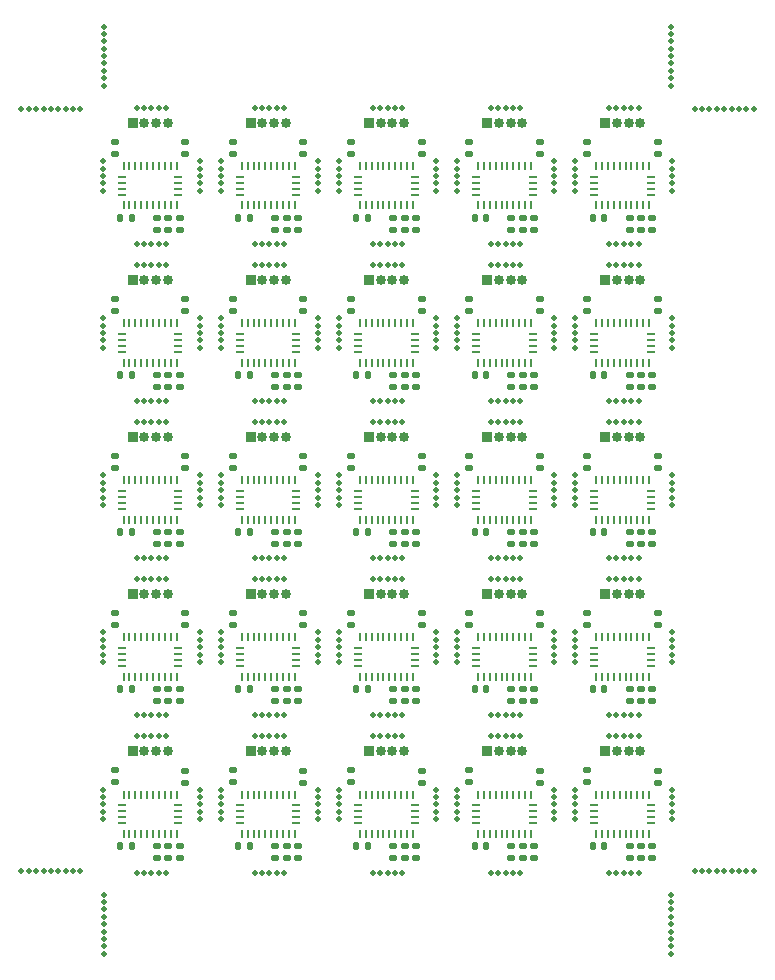
<source format=gts>
%TF.GenerationSoftware,KiCad,Pcbnew,7.0.5-1.fc38*%
%TF.CreationDate,2023-07-07T14:18:14-04:00*%
%TF.ProjectId,bno085-i2c-board-v3-square-panel,626e6f30-3835-42d6-9932-632d626f6172,rev?*%
%TF.SameCoordinates,Original*%
%TF.FileFunction,Soldermask,Top*%
%TF.FilePolarity,Negative*%
%FSLAX46Y46*%
G04 Gerber Fmt 4.6, Leading zero omitted, Abs format (unit mm)*
G04 Created by KiCad (PCBNEW 7.0.5-1.fc38) date 2023-07-07 14:18:14*
%MOMM*%
%LPD*%
G01*
G04 APERTURE LIST*
G04 Aperture macros list*
%AMRoundRect*
0 Rectangle with rounded corners*
0 $1 Rounding radius*
0 $2 $3 $4 $5 $6 $7 $8 $9 X,Y pos of 4 corners*
0 Add a 4 corners polygon primitive as box body*
4,1,4,$2,$3,$4,$5,$6,$7,$8,$9,$2,$3,0*
0 Add four circle primitives for the rounded corners*
1,1,$1+$1,$2,$3*
1,1,$1+$1,$4,$5*
1,1,$1+$1,$6,$7*
1,1,$1+$1,$8,$9*
0 Add four rect primitives between the rounded corners*
20,1,$1+$1,$2,$3,$4,$5,0*
20,1,$1+$1,$4,$5,$6,$7,0*
20,1,$1+$1,$6,$7,$8,$9,0*
20,1,$1+$1,$8,$9,$2,$3,0*%
G04 Aperture macros list end*
%ADD10C,0.500000*%
%ADD11RoundRect,0.135000X-0.185000X0.135000X-0.185000X-0.135000X0.185000X-0.135000X0.185000X0.135000X0*%
%ADD12RoundRect,0.140000X0.140000X0.170000X-0.140000X0.170000X-0.140000X-0.170000X0.140000X-0.170000X0*%
%ADD13R,0.850000X0.850000*%
%ADD14O,0.850000X0.850000*%
%ADD15RoundRect,0.135000X0.185000X-0.135000X0.185000X0.135000X-0.185000X0.135000X-0.185000X-0.135000X0*%
%ADD16R,0.254000X0.675000*%
%ADD17R,0.675000X0.254000*%
G04 APERTURE END LIST*
D10*
%TO.C,REF\u002A\u002A*%
X159125000Y-91625000D03*
%TD*%
D11*
%TO.C,R4*%
X131379924Y-56390678D03*
X131379924Y-57410678D03*
%TD*%
D10*
%TO.C,REF\u002A\u002A*%
X137250000Y-51725000D03*
%TD*%
D12*
%TO.C,C1*%
X126822887Y-49506451D03*
X125862887Y-49506451D03*
%TD*%
%TO.C,C1*%
X126822887Y-36206451D03*
X125862887Y-36206451D03*
%TD*%
D10*
%TO.C,REF\u002A\u002A*%
X129750000Y-40175000D03*
%TD*%
%TO.C,REF\u002A\u002A*%
X139125000Y-51725000D03*
%TD*%
%TO.C,REF\u002A\u002A*%
X167875000Y-80075000D03*
%TD*%
D11*
%TO.C,R1*%
X150925001Y-36169619D03*
X150925001Y-37189619D03*
%TD*%
D10*
%TO.C,REF\u002A\u002A*%
X124375000Y-73800000D03*
%TD*%
%TO.C,REF\u002A\u002A*%
X162625000Y-86475000D03*
%TD*%
%TO.C,REF\u002A\u002A*%
X129750000Y-38425000D03*
%TD*%
%TO.C,REF\u002A\u002A*%
X142625000Y-72550000D03*
%TD*%
%TO.C,REF\u002A\u002A*%
X154375000Y-58625000D03*
%TD*%
%TO.C,REF\u002A\u002A*%
X144375000Y-59875000D03*
%TD*%
%TO.C,REF\u002A\u002A*%
X154375000Y-58000000D03*
%TD*%
%TO.C,REF\u002A\u002A*%
X127250000Y-78325000D03*
%TD*%
%TO.C,REF\u002A\u002A*%
X159750000Y-51725000D03*
%TD*%
%TO.C,REF\u002A\u002A*%
X157875000Y-66775000D03*
%TD*%
%TO.C,REF\u002A\u002A*%
X158500000Y-51725000D03*
%TD*%
%TO.C,REF\u002A\u002A*%
X137250000Y-38425000D03*
%TD*%
%TO.C,REF\u002A\u002A*%
X149125000Y-26875000D03*
%TD*%
%TO.C,REF\u002A\u002A*%
X124375000Y-71925000D03*
%TD*%
%TO.C,REF\u002A\u002A*%
X128500000Y-91625000D03*
%TD*%
%TO.C,REF\u002A\u002A*%
X147875000Y-40175000D03*
%TD*%
%TO.C,REF\u002A\u002A*%
X117500000Y-91500000D03*
%TD*%
%TO.C,REF\u002A\u002A*%
X148500000Y-80075000D03*
%TD*%
%TO.C,REF\u002A\u002A*%
X154375000Y-85850000D03*
%TD*%
%TO.C,REF\u002A\u002A*%
X142625000Y-58000000D03*
%TD*%
%TO.C,REF\u002A\u002A*%
X132625000Y-85225000D03*
%TD*%
%TO.C,REF\u002A\u002A*%
X132625000Y-86475000D03*
%TD*%
%TO.C,REF\u002A\u002A*%
X176375000Y-91500000D03*
%TD*%
%TO.C,REF\u002A\u002A*%
X128500000Y-65025000D03*
%TD*%
%TO.C,REF\u002A\u002A*%
X144375000Y-72550000D03*
%TD*%
D13*
%TO.C,J5*%
X136909337Y-41470000D03*
D14*
X137909337Y-41470000D03*
X138909337Y-41470000D03*
X139909337Y-41470000D03*
%TD*%
D10*
%TO.C,REF\u002A\u002A*%
X164375000Y-33275000D03*
%TD*%
%TO.C,REF\u002A\u002A*%
X172625000Y-60500000D03*
%TD*%
%TO.C,REF\u002A\u002A*%
X142625000Y-59250000D03*
%TD*%
%TO.C,REF\u002A\u002A*%
X124500000Y-94750000D03*
%TD*%
%TO.C,REF\u002A\u002A*%
X172500000Y-24375000D03*
%TD*%
%TO.C,REF\u002A\u002A*%
X117500000Y-27000000D03*
%TD*%
D15*
%TO.C,R2*%
X169950850Y-90414177D03*
X169950850Y-89394177D03*
%TD*%
D10*
%TO.C,REF\u002A\u002A*%
X142625000Y-71925000D03*
%TD*%
%TO.C,REF\u002A\u002A*%
X168500000Y-91625000D03*
%TD*%
%TO.C,REF\u002A\u002A*%
X128500000Y-40175000D03*
%TD*%
D15*
%TO.C,R5*%
X155415173Y-30787101D03*
X155415173Y-29767101D03*
%TD*%
D16*
%TO.C,U1*%
X156150000Y-71725000D03*
D17*
X156012500Y-72637500D03*
X156012500Y-73137500D03*
X156012500Y-73637500D03*
X156012500Y-74137500D03*
D16*
X156150000Y-75050000D03*
X156650000Y-75050000D03*
X157150000Y-75050000D03*
X157650000Y-75050000D03*
X158150000Y-75050000D03*
X158650000Y-75050000D03*
X159150000Y-75050000D03*
X159650000Y-75050000D03*
X160150000Y-75050000D03*
X160650000Y-75050000D03*
D17*
X160787500Y-74137500D03*
X160787500Y-73637500D03*
X160787500Y-73137500D03*
X160787500Y-72637500D03*
D16*
X160650000Y-71725000D03*
X160150000Y-71725000D03*
X159650000Y-71725000D03*
X159150000Y-71725000D03*
X158650000Y-71725000D03*
X158150000Y-71725000D03*
X157650000Y-71725000D03*
X157150000Y-71725000D03*
X156650000Y-71725000D03*
%TD*%
D12*
%TO.C,C1*%
X136822887Y-76106451D03*
X135862887Y-76106451D03*
%TD*%
D11*
%TO.C,R1*%
X170925001Y-76069619D03*
X170925001Y-77089619D03*
%TD*%
D10*
%TO.C,REF\u002A\u002A*%
X139125000Y-91625000D03*
%TD*%
%TO.C,REF\u002A\u002A*%
X154375000Y-71925000D03*
%TD*%
%TO.C,REF\u002A\u002A*%
X172500000Y-93500000D03*
%TD*%
D15*
%TO.C,R5*%
X145415173Y-83987101D03*
X145415173Y-82967101D03*
%TD*%
D10*
%TO.C,REF\u002A\u002A*%
X144375000Y-45950000D03*
%TD*%
%TO.C,REF\u002A\u002A*%
X144375000Y-32650000D03*
%TD*%
D11*
%TO.C,R4*%
X131379924Y-29790678D03*
X131379924Y-30810678D03*
%TD*%
D16*
%TO.C,U1*%
X136150000Y-45125000D03*
D17*
X136012500Y-46037500D03*
X136012500Y-46537500D03*
X136012500Y-47037500D03*
X136012500Y-47537500D03*
D16*
X136150000Y-48450000D03*
X136650000Y-48450000D03*
X137150000Y-48450000D03*
X137650000Y-48450000D03*
X138150000Y-48450000D03*
X138650000Y-48450000D03*
X139150000Y-48450000D03*
X139650000Y-48450000D03*
X140150000Y-48450000D03*
X140650000Y-48450000D03*
D17*
X140787500Y-47537500D03*
X140787500Y-47037500D03*
X140787500Y-46537500D03*
X140787500Y-46037500D03*
D16*
X140650000Y-45125000D03*
X140150000Y-45125000D03*
X139650000Y-45125000D03*
X139150000Y-45125000D03*
X138650000Y-45125000D03*
X138150000Y-45125000D03*
X137650000Y-45125000D03*
X137150000Y-45125000D03*
X136650000Y-45125000D03*
%TD*%
D10*
%TO.C,REF\u002A\u002A*%
X152625000Y-59875000D03*
%TD*%
%TO.C,REF\u002A\u002A*%
X172625000Y-71300000D03*
%TD*%
%TO.C,REF\u002A\u002A*%
X172500000Y-21250000D03*
%TD*%
D12*
%TO.C,C1*%
X166822887Y-36206451D03*
X165862887Y-36206451D03*
%TD*%
D10*
%TO.C,REF\u002A\u002A*%
X149750000Y-80075000D03*
%TD*%
%TO.C,REF\u002A\u002A*%
X152625000Y-86475000D03*
%TD*%
D12*
%TO.C,C1*%
X136822887Y-89406451D03*
X135862887Y-89406451D03*
%TD*%
D10*
%TO.C,REF\u002A\u002A*%
X121875000Y-27000000D03*
%TD*%
%TO.C,REF\u002A\u002A*%
X132625000Y-32650000D03*
%TD*%
%TO.C,REF\u002A\u002A*%
X154375000Y-47200000D03*
%TD*%
%TO.C,REF\u002A\u002A*%
X149125000Y-91625000D03*
%TD*%
D16*
%TO.C,U1*%
X136150000Y-31825000D03*
D17*
X136012500Y-32737500D03*
X136012500Y-33237500D03*
X136012500Y-33737500D03*
X136012500Y-34237500D03*
D16*
X136150000Y-35150000D03*
X136650000Y-35150000D03*
X137150000Y-35150000D03*
X137650000Y-35150000D03*
X138150000Y-35150000D03*
X138650000Y-35150000D03*
X139150000Y-35150000D03*
X139650000Y-35150000D03*
X140150000Y-35150000D03*
X140650000Y-35150000D03*
D17*
X140787500Y-34237500D03*
X140787500Y-33737500D03*
X140787500Y-33237500D03*
X140787500Y-32737500D03*
D16*
X140650000Y-31825000D03*
X140150000Y-31825000D03*
X139650000Y-31825000D03*
X139150000Y-31825000D03*
X138650000Y-31825000D03*
X138150000Y-31825000D03*
X137650000Y-31825000D03*
X137150000Y-31825000D03*
X136650000Y-31825000D03*
%TD*%
D10*
%TO.C,REF\u002A\u002A*%
X172625000Y-45325000D03*
%TD*%
%TO.C,REF\u002A\u002A*%
X167250000Y-53475000D03*
%TD*%
%TO.C,REF\u002A\u002A*%
X134375000Y-58625000D03*
%TD*%
D11*
%TO.C,R1*%
X170925001Y-49469619D03*
X170925001Y-50489619D03*
%TD*%
D10*
%TO.C,REF\u002A\u002A*%
X144375000Y-84600000D03*
%TD*%
%TO.C,REF\u002A\u002A*%
X172500000Y-98500000D03*
%TD*%
%TO.C,REF\u002A\u002A*%
X139750000Y-51725000D03*
%TD*%
%TO.C,REF\u002A\u002A*%
X134375000Y-32025000D03*
%TD*%
%TO.C,REF\u002A\u002A*%
X147250000Y-40175000D03*
%TD*%
D15*
%TO.C,R3*%
X158984885Y-77105991D03*
X158984885Y-76085991D03*
%TD*%
D10*
%TO.C,REF\u002A\u002A*%
X154375000Y-31400000D03*
%TD*%
%TO.C,REF\u002A\u002A*%
X124375000Y-85850000D03*
%TD*%
%TO.C,REF\u002A\u002A*%
X149750000Y-91625000D03*
%TD*%
%TO.C,REF\u002A\u002A*%
X124500000Y-96000000D03*
%TD*%
%TO.C,REF\u002A\u002A*%
X152625000Y-71925000D03*
%TD*%
D15*
%TO.C,R5*%
X125415173Y-70687101D03*
X125415173Y-69667101D03*
%TD*%
D10*
%TO.C,REF\u002A\u002A*%
X132625000Y-59250000D03*
%TD*%
%TO.C,REF\u002A\u002A*%
X132625000Y-71925000D03*
%TD*%
%TO.C,REF\u002A\u002A*%
X142625000Y-31400000D03*
%TD*%
%TO.C,REF\u002A\u002A*%
X124375000Y-59250000D03*
%TD*%
D13*
%TO.C,J5*%
X126909337Y-54770000D03*
D14*
X127909337Y-54770000D03*
X128909337Y-54770000D03*
X129909337Y-54770000D03*
%TD*%
D10*
%TO.C,REF\u002A\u002A*%
X144375000Y-45325000D03*
%TD*%
%TO.C,REF\u002A\u002A*%
X138500000Y-40175000D03*
%TD*%
D12*
%TO.C,C1*%
X166822887Y-76106451D03*
X165862887Y-76106451D03*
%TD*%
D10*
%TO.C,REF\u002A\u002A*%
X139750000Y-91625000D03*
%TD*%
%TO.C,REF\u002A\u002A*%
X129750000Y-53475000D03*
%TD*%
D16*
%TO.C,U1*%
X146150000Y-31825000D03*
D17*
X146012500Y-32737500D03*
X146012500Y-33237500D03*
X146012500Y-33737500D03*
X146012500Y-34237500D03*
D16*
X146150000Y-35150000D03*
X146650000Y-35150000D03*
X147150000Y-35150000D03*
X147650000Y-35150000D03*
X148150000Y-35150000D03*
X148650000Y-35150000D03*
X149150000Y-35150000D03*
X149650000Y-35150000D03*
X150150000Y-35150000D03*
X150650000Y-35150000D03*
D17*
X150787500Y-34237500D03*
X150787500Y-33737500D03*
X150787500Y-33237500D03*
X150787500Y-32737500D03*
D16*
X150650000Y-31825000D03*
X150150000Y-31825000D03*
X149650000Y-31825000D03*
X149150000Y-31825000D03*
X148650000Y-31825000D03*
X148150000Y-31825000D03*
X147650000Y-31825000D03*
X147150000Y-31825000D03*
X146650000Y-31825000D03*
%TD*%
D11*
%TO.C,R1*%
X130925001Y-36169619D03*
X130925001Y-37189619D03*
%TD*%
D15*
%TO.C,R2*%
X129950850Y-50514177D03*
X129950850Y-49494177D03*
%TD*%
D10*
%TO.C,REF\u002A\u002A*%
X149750000Y-66775000D03*
%TD*%
%TO.C,REF\u002A\u002A*%
X134375000Y-73800000D03*
%TD*%
%TO.C,REF\u002A\u002A*%
X134375000Y-85225000D03*
%TD*%
%TO.C,REF\u002A\u002A*%
X175125000Y-27000000D03*
%TD*%
%TO.C,REF\u002A\u002A*%
X159750000Y-40175000D03*
%TD*%
%TO.C,REF\u002A\u002A*%
X124375000Y-32650000D03*
%TD*%
%TO.C,REF\u002A\u002A*%
X138500000Y-66775000D03*
%TD*%
%TO.C,REF\u002A\u002A*%
X124375000Y-86475000D03*
%TD*%
%TO.C,REF\u002A\u002A*%
X148500000Y-66775000D03*
%TD*%
D13*
%TO.C,J5*%
X136909337Y-28170000D03*
D14*
X137909337Y-28170000D03*
X138909337Y-28170000D03*
X139909337Y-28170000D03*
%TD*%
D10*
%TO.C,REF\u002A\u002A*%
X162625000Y-59250000D03*
%TD*%
%TO.C,REF\u002A\u002A*%
X164375000Y-85225000D03*
%TD*%
%TO.C,REF\u002A\u002A*%
X159750000Y-80075000D03*
%TD*%
%TO.C,REF\u002A\u002A*%
X129750000Y-51725000D03*
%TD*%
%TO.C,REF\u002A\u002A*%
X134375000Y-59250000D03*
%TD*%
%TO.C,REF\u002A\u002A*%
X129125000Y-91625000D03*
%TD*%
%TO.C,REF\u002A\u002A*%
X157875000Y-78325000D03*
%TD*%
D15*
%TO.C,R5*%
X145415173Y-57387101D03*
X145415173Y-56367101D03*
%TD*%
D10*
%TO.C,REF\u002A\u002A*%
X128500000Y-66775000D03*
%TD*%
%TO.C,REF\u002A\u002A*%
X124500000Y-93500000D03*
%TD*%
%TO.C,REF\u002A\u002A*%
X162625000Y-33900000D03*
%TD*%
%TO.C,REF\u002A\u002A*%
X164375000Y-46575000D03*
%TD*%
%TO.C,REF\u002A\u002A*%
X124375000Y-87100000D03*
%TD*%
%TO.C,REF\u002A\u002A*%
X168500000Y-66775000D03*
%TD*%
D11*
%TO.C,R1*%
X150925001Y-62769619D03*
X150925001Y-63789619D03*
%TD*%
D10*
%TO.C,REF\u002A\u002A*%
X152625000Y-59250000D03*
%TD*%
%TO.C,REF\u002A\u002A*%
X127250000Y-53475000D03*
%TD*%
D12*
%TO.C,C1*%
X146822887Y-36206451D03*
X145862887Y-36206451D03*
%TD*%
D10*
%TO.C,REF\u002A\u002A*%
X172500000Y-21875000D03*
%TD*%
%TO.C,REF\u002A\u002A*%
X152625000Y-58625000D03*
%TD*%
%TO.C,REF\u002A\u002A*%
X124375000Y-72550000D03*
%TD*%
%TO.C,REF\u002A\u002A*%
X172500000Y-95375000D03*
%TD*%
%TO.C,REF\u002A\u002A*%
X124500000Y-97250000D03*
%TD*%
%TO.C,REF\u002A\u002A*%
X144375000Y-85850000D03*
%TD*%
%TO.C,REF\u002A\u002A*%
X176375000Y-27000000D03*
%TD*%
D15*
%TO.C,R2*%
X169950850Y-50514177D03*
X169950850Y-49494177D03*
%TD*%
D10*
%TO.C,REF\u002A\u002A*%
X124500000Y-94125000D03*
%TD*%
D16*
%TO.C,U1*%
X126150000Y-71725000D03*
D17*
X126012500Y-72637500D03*
X126012500Y-73137500D03*
X126012500Y-73637500D03*
X126012500Y-74137500D03*
D16*
X126150000Y-75050000D03*
X126650000Y-75050000D03*
X127150000Y-75050000D03*
X127650000Y-75050000D03*
X128150000Y-75050000D03*
X128650000Y-75050000D03*
X129150000Y-75050000D03*
X129650000Y-75050000D03*
X130150000Y-75050000D03*
X130650000Y-75050000D03*
D17*
X130787500Y-74137500D03*
X130787500Y-73637500D03*
X130787500Y-73137500D03*
X130787500Y-72637500D03*
D16*
X130650000Y-71725000D03*
X130150000Y-71725000D03*
X129650000Y-71725000D03*
X129150000Y-71725000D03*
X128650000Y-71725000D03*
X128150000Y-71725000D03*
X127650000Y-71725000D03*
X127150000Y-71725000D03*
X126650000Y-71725000D03*
%TD*%
D10*
%TO.C,REF\u002A\u002A*%
X144375000Y-87100000D03*
%TD*%
%TO.C,REF\u002A\u002A*%
X167250000Y-65025000D03*
%TD*%
%TO.C,REF\u002A\u002A*%
X167875000Y-40175000D03*
%TD*%
%TO.C,REF\u002A\u002A*%
X172625000Y-85850000D03*
%TD*%
%TO.C,REF\u002A\u002A*%
X158500000Y-40175000D03*
%TD*%
%TO.C,REF\u002A\u002A*%
X137875000Y-80075000D03*
%TD*%
%TO.C,REF\u002A\u002A*%
X129125000Y-66775000D03*
%TD*%
D15*
%TO.C,R2*%
X169950850Y-63814177D03*
X169950850Y-62794177D03*
%TD*%
D10*
%TO.C,REF\u002A\u002A*%
X154375000Y-71300000D03*
%TD*%
%TO.C,REF\u002A\u002A*%
X169125000Y-38425000D03*
%TD*%
%TO.C,REF\u002A\u002A*%
X178250000Y-91500000D03*
%TD*%
D12*
%TO.C,C1*%
X146822887Y-49506451D03*
X145862887Y-49506451D03*
%TD*%
D10*
%TO.C,REF\u002A\u002A*%
X167250000Y-66775000D03*
%TD*%
%TO.C,REF\u002A\u002A*%
X164375000Y-45325000D03*
%TD*%
%TO.C,REF\u002A\u002A*%
X152625000Y-46575000D03*
%TD*%
%TO.C,REF\u002A\u002A*%
X134375000Y-71925000D03*
%TD*%
D11*
%TO.C,R4*%
X131379924Y-82990678D03*
X131379924Y-84010678D03*
%TD*%
D15*
%TO.C,R3*%
X148984885Y-50505991D03*
X148984885Y-49485991D03*
%TD*%
D10*
%TO.C,REF\u002A\u002A*%
X132625000Y-58625000D03*
%TD*%
%TO.C,REF\u002A\u002A*%
X149750000Y-53475000D03*
%TD*%
%TO.C,REF\u002A\u002A*%
X152625000Y-60500000D03*
%TD*%
%TO.C,REF\u002A\u002A*%
X144375000Y-58000000D03*
%TD*%
D11*
%TO.C,R1*%
X150925001Y-49469619D03*
X150925001Y-50489619D03*
%TD*%
D10*
%TO.C,REF\u002A\u002A*%
X178250000Y-27000000D03*
%TD*%
D15*
%TO.C,R3*%
X168984885Y-63805991D03*
X168984885Y-62785991D03*
%TD*%
D10*
%TO.C,REF\u002A\u002A*%
X157250000Y-78325000D03*
%TD*%
%TO.C,REF\u002A\u002A*%
X172500000Y-96625000D03*
%TD*%
%TO.C,REF\u002A\u002A*%
X152625000Y-47200000D03*
%TD*%
D15*
%TO.C,R3*%
X158984885Y-50505991D03*
X158984885Y-49485991D03*
%TD*%
D10*
%TO.C,REF\u002A\u002A*%
X124500000Y-24375000D03*
%TD*%
D11*
%TO.C,R1*%
X150925001Y-89369619D03*
X150925001Y-90389619D03*
%TD*%
D10*
%TO.C,REF\u002A\u002A*%
X158500000Y-91625000D03*
%TD*%
D15*
%TO.C,R2*%
X139950850Y-90414177D03*
X139950850Y-89394177D03*
%TD*%
D10*
%TO.C,REF\u002A\u002A*%
X172500000Y-25000000D03*
%TD*%
%TO.C,REF\u002A\u002A*%
X124500000Y-22500000D03*
%TD*%
%TO.C,REF\u002A\u002A*%
X127250000Y-65025000D03*
%TD*%
D16*
%TO.C,U1*%
X146150000Y-85025000D03*
D17*
X146012500Y-85937500D03*
X146012500Y-86437500D03*
X146012500Y-86937500D03*
X146012500Y-87437500D03*
D16*
X146150000Y-88350000D03*
X146650000Y-88350000D03*
X147150000Y-88350000D03*
X147650000Y-88350000D03*
X148150000Y-88350000D03*
X148650000Y-88350000D03*
X149150000Y-88350000D03*
X149650000Y-88350000D03*
X150150000Y-88350000D03*
X150650000Y-88350000D03*
D17*
X150787500Y-87437500D03*
X150787500Y-86937500D03*
X150787500Y-86437500D03*
X150787500Y-85937500D03*
D16*
X150650000Y-85025000D03*
X150150000Y-85025000D03*
X149650000Y-85025000D03*
X149150000Y-85025000D03*
X148650000Y-85025000D03*
X148150000Y-85025000D03*
X147650000Y-85025000D03*
X147150000Y-85025000D03*
X146650000Y-85025000D03*
%TD*%
D10*
%TO.C,REF\u002A\u002A*%
X144375000Y-44700000D03*
%TD*%
%TO.C,REF\u002A\u002A*%
X152625000Y-73800000D03*
%TD*%
%TO.C,REF\u002A\u002A*%
X122500000Y-91500000D03*
%TD*%
D11*
%TO.C,R4*%
X151379924Y-82990678D03*
X151379924Y-84010678D03*
%TD*%
D10*
%TO.C,REF\u002A\u002A*%
X152625000Y-71300000D03*
%TD*%
%TO.C,REF\u002A\u002A*%
X149750000Y-51725000D03*
%TD*%
%TO.C,REF\u002A\u002A*%
X124500000Y-25000000D03*
%TD*%
%TO.C,REF\u002A\u002A*%
X129750000Y-80075000D03*
%TD*%
%TO.C,REF\u002A\u002A*%
X162625000Y-72550000D03*
%TD*%
D13*
%TO.C,J5*%
X136909337Y-81370000D03*
D14*
X137909337Y-81370000D03*
X138909337Y-81370000D03*
X139909337Y-81370000D03*
%TD*%
D10*
%TO.C,REF\u002A\u002A*%
X159750000Y-78325000D03*
%TD*%
D15*
%TO.C,R2*%
X139950850Y-50514177D03*
X139950850Y-49494177D03*
%TD*%
D10*
%TO.C,REF\u002A\u002A*%
X157250000Y-80075000D03*
%TD*%
%TO.C,REF\u002A\u002A*%
X147250000Y-78325000D03*
%TD*%
D11*
%TO.C,R1*%
X130925001Y-89369619D03*
X130925001Y-90389619D03*
%TD*%
D10*
%TO.C,REF\u002A\u002A*%
X154375000Y-46575000D03*
%TD*%
%TO.C,REF\u002A\u002A*%
X137875000Y-40175000D03*
%TD*%
D15*
%TO.C,R5*%
X145415173Y-70687101D03*
X145415173Y-69667101D03*
%TD*%
D10*
%TO.C,REF\u002A\u002A*%
X142625000Y-47200000D03*
%TD*%
%TO.C,REF\u002A\u002A*%
X172500000Y-23125000D03*
%TD*%
%TO.C,REF\u002A\u002A*%
X118125000Y-27000000D03*
%TD*%
%TO.C,REF\u002A\u002A*%
X132625000Y-32025000D03*
%TD*%
%TO.C,REF\u002A\u002A*%
X144375000Y-85225000D03*
%TD*%
%TO.C,REF\u002A\u002A*%
X157875000Y-65025000D03*
%TD*%
D11*
%TO.C,R4*%
X161379924Y-56390678D03*
X161379924Y-57410678D03*
%TD*%
D10*
%TO.C,REF\u002A\u002A*%
X164375000Y-71925000D03*
%TD*%
%TO.C,REF\u002A\u002A*%
X158500000Y-66775000D03*
%TD*%
%TO.C,REF\u002A\u002A*%
X152625000Y-85850000D03*
%TD*%
%TO.C,REF\u002A\u002A*%
X139125000Y-53475000D03*
%TD*%
%TO.C,REF\u002A\u002A*%
X118125000Y-91500000D03*
%TD*%
%TO.C,REF\u002A\u002A*%
X128500000Y-38425000D03*
%TD*%
%TO.C,REF\u002A\u002A*%
X172500000Y-20000000D03*
%TD*%
%TO.C,REF\u002A\u002A*%
X128500000Y-80075000D03*
%TD*%
%TO.C,REF\u002A\u002A*%
X167875000Y-66775000D03*
%TD*%
%TO.C,REF\u002A\u002A*%
X134375000Y-71300000D03*
%TD*%
%TO.C,REF\u002A\u002A*%
X149125000Y-53475000D03*
%TD*%
%TO.C,REF\u002A\u002A*%
X167250000Y-38425000D03*
%TD*%
D15*
%TO.C,R3*%
X168984885Y-50505991D03*
X168984885Y-49485991D03*
%TD*%
D10*
%TO.C,REF\u002A\u002A*%
X132625000Y-87100000D03*
%TD*%
%TO.C,REF\u002A\u002A*%
X142625000Y-87100000D03*
%TD*%
%TO.C,REF\u002A\u002A*%
X128500000Y-78325000D03*
%TD*%
%TO.C,REF\u002A\u002A*%
X172625000Y-73800000D03*
%TD*%
%TO.C,REF\u002A\u002A*%
X148500000Y-53475000D03*
%TD*%
%TO.C,REF\u002A\u002A*%
X144375000Y-33900000D03*
%TD*%
%TO.C,REF\u002A\u002A*%
X167250000Y-51725000D03*
%TD*%
D13*
%TO.C,J5*%
X166909337Y-68070000D03*
D14*
X167909337Y-68070000D03*
X168909337Y-68070000D03*
X169909337Y-68070000D03*
%TD*%
D10*
%TO.C,REF\u002A\u002A*%
X177000000Y-91500000D03*
%TD*%
%TO.C,REF\u002A\u002A*%
X177000000Y-27000000D03*
%TD*%
%TO.C,REF\u002A\u002A*%
X120000000Y-27000000D03*
%TD*%
%TO.C,REF\u002A\u002A*%
X162625000Y-45950000D03*
%TD*%
D12*
%TO.C,C1*%
X166822887Y-49506451D03*
X165862887Y-49506451D03*
%TD*%
D13*
%TO.C,J5*%
X126909337Y-81370000D03*
D14*
X127909337Y-81370000D03*
X128909337Y-81370000D03*
X129909337Y-81370000D03*
%TD*%
D11*
%TO.C,R4*%
X141379924Y-69690678D03*
X141379924Y-70710678D03*
%TD*%
D10*
%TO.C,REF\u002A\u002A*%
X134375000Y-86475000D03*
%TD*%
%TO.C,REF\u002A\u002A*%
X148500000Y-38425000D03*
%TD*%
%TO.C,REF\u002A\u002A*%
X142625000Y-58625000D03*
%TD*%
%TO.C,REF\u002A\u002A*%
X144375000Y-71300000D03*
%TD*%
D15*
%TO.C,R3*%
X128984885Y-50505991D03*
X128984885Y-49485991D03*
%TD*%
D10*
%TO.C,REF\u002A\u002A*%
X164375000Y-60500000D03*
%TD*%
%TO.C,REF\u002A\u002A*%
X152625000Y-73175000D03*
%TD*%
%TO.C,REF\u002A\u002A*%
X142625000Y-59875000D03*
%TD*%
%TO.C,REF\u002A\u002A*%
X172625000Y-44700000D03*
%TD*%
D15*
%TO.C,R5*%
X155415173Y-44087101D03*
X155415173Y-43067101D03*
%TD*%
D10*
%TO.C,REF\u002A\u002A*%
X127875000Y-80075000D03*
%TD*%
%TO.C,REF\u002A\u002A*%
X162625000Y-33275000D03*
%TD*%
%TO.C,REF\u002A\u002A*%
X159125000Y-78325000D03*
%TD*%
%TO.C,REF\u002A\u002A*%
X132625000Y-31400000D03*
%TD*%
%TO.C,REF\u002A\u002A*%
X169750000Y-91625000D03*
%TD*%
D15*
%TO.C,R2*%
X169950850Y-77114177D03*
X169950850Y-76094177D03*
%TD*%
D10*
%TO.C,REF\u002A\u002A*%
X127875000Y-78325000D03*
%TD*%
%TO.C,REF\u002A\u002A*%
X139125000Y-65025000D03*
%TD*%
D13*
%TO.C,J5*%
X136909337Y-54770000D03*
D14*
X137909337Y-54770000D03*
X138909337Y-54770000D03*
X139909337Y-54770000D03*
%TD*%
D15*
%TO.C,R3*%
X138984885Y-63805991D03*
X138984885Y-62785991D03*
%TD*%
D10*
%TO.C,REF\u002A\u002A*%
X154375000Y-32650000D03*
%TD*%
D15*
%TO.C,R3*%
X138984885Y-90405991D03*
X138984885Y-89385991D03*
%TD*%
%TO.C,R5*%
X135415173Y-57387101D03*
X135415173Y-56367101D03*
%TD*%
D10*
%TO.C,REF\u002A\u002A*%
X129125000Y-78325000D03*
%TD*%
D15*
%TO.C,R5*%
X135415173Y-83987101D03*
X135415173Y-82967101D03*
%TD*%
D10*
%TO.C,REF\u002A\u002A*%
X144375000Y-73175000D03*
%TD*%
%TO.C,REF\u002A\u002A*%
X134375000Y-44700000D03*
%TD*%
%TO.C,REF\u002A\u002A*%
X164375000Y-71300000D03*
%TD*%
%TO.C,REF\u002A\u002A*%
X162625000Y-71300000D03*
%TD*%
D11*
%TO.C,R1*%
X170925001Y-89369619D03*
X170925001Y-90389619D03*
%TD*%
D15*
%TO.C,R2*%
X169950850Y-37214177D03*
X169950850Y-36194177D03*
%TD*%
D11*
%TO.C,R4*%
X151379924Y-56390678D03*
X151379924Y-57410678D03*
%TD*%
D16*
%TO.C,U1*%
X156150000Y-85025000D03*
D17*
X156012500Y-85937500D03*
X156012500Y-86437500D03*
X156012500Y-86937500D03*
X156012500Y-87437500D03*
D16*
X156150000Y-88350000D03*
X156650000Y-88350000D03*
X157150000Y-88350000D03*
X157650000Y-88350000D03*
X158150000Y-88350000D03*
X158650000Y-88350000D03*
X159150000Y-88350000D03*
X159650000Y-88350000D03*
X160150000Y-88350000D03*
X160650000Y-88350000D03*
D17*
X160787500Y-87437500D03*
X160787500Y-86937500D03*
X160787500Y-86437500D03*
X160787500Y-85937500D03*
D16*
X160650000Y-85025000D03*
X160150000Y-85025000D03*
X159650000Y-85025000D03*
X159150000Y-85025000D03*
X158650000Y-85025000D03*
X158150000Y-85025000D03*
X157650000Y-85025000D03*
X157150000Y-85025000D03*
X156650000Y-85025000D03*
%TD*%
D15*
%TO.C,R2*%
X159950850Y-90414177D03*
X159950850Y-89394177D03*
%TD*%
D13*
%TO.C,J5*%
X126909337Y-41470000D03*
D14*
X127909337Y-41470000D03*
X128909337Y-41470000D03*
X129909337Y-41470000D03*
%TD*%
D11*
%TO.C,R1*%
X160925001Y-36169619D03*
X160925001Y-37189619D03*
%TD*%
D10*
%TO.C,REF\u002A\u002A*%
X147875000Y-66775000D03*
%TD*%
%TO.C,REF\u002A\u002A*%
X152625000Y-87100000D03*
%TD*%
%TO.C,REF\u002A\u002A*%
X132625000Y-85850000D03*
%TD*%
%TO.C,REF\u002A\u002A*%
X164375000Y-85850000D03*
%TD*%
%TO.C,REF\u002A\u002A*%
X134375000Y-33900000D03*
%TD*%
%TO.C,REF\u002A\u002A*%
X142625000Y-86475000D03*
%TD*%
%TO.C,REF\u002A\u002A*%
X157875000Y-26875000D03*
%TD*%
D15*
%TO.C,R5*%
X165415173Y-57387101D03*
X165415173Y-56367101D03*
%TD*%
D10*
%TO.C,REF\u002A\u002A*%
X167875000Y-91625000D03*
%TD*%
%TO.C,REF\u002A\u002A*%
X132625000Y-73175000D03*
%TD*%
%TO.C,REF\u002A\u002A*%
X172500000Y-97250000D03*
%TD*%
%TO.C,REF\u002A\u002A*%
X147250000Y-53475000D03*
%TD*%
%TO.C,REF\u002A\u002A*%
X152625000Y-31400000D03*
%TD*%
D11*
%TO.C,R4*%
X151379924Y-69690678D03*
X151379924Y-70710678D03*
%TD*%
D10*
%TO.C,REF\u002A\u002A*%
X142625000Y-60500000D03*
%TD*%
%TO.C,REF\u002A\u002A*%
X144375000Y-31400000D03*
%TD*%
D16*
%TO.C,U1*%
X146150000Y-58425000D03*
D17*
X146012500Y-59337500D03*
X146012500Y-59837500D03*
X146012500Y-60337500D03*
X146012500Y-60837500D03*
D16*
X146150000Y-61750000D03*
X146650000Y-61750000D03*
X147150000Y-61750000D03*
X147650000Y-61750000D03*
X148150000Y-61750000D03*
X148650000Y-61750000D03*
X149150000Y-61750000D03*
X149650000Y-61750000D03*
X150150000Y-61750000D03*
X150650000Y-61750000D03*
D17*
X150787500Y-60837500D03*
X150787500Y-60337500D03*
X150787500Y-59837500D03*
X150787500Y-59337500D03*
D16*
X150650000Y-58425000D03*
X150150000Y-58425000D03*
X149650000Y-58425000D03*
X149150000Y-58425000D03*
X148650000Y-58425000D03*
X148150000Y-58425000D03*
X147650000Y-58425000D03*
X147150000Y-58425000D03*
X146650000Y-58425000D03*
%TD*%
D10*
%TO.C,REF\u002A\u002A*%
X124375000Y-46575000D03*
%TD*%
%TO.C,REF\u002A\u002A*%
X138500000Y-65025000D03*
%TD*%
%TO.C,REF\u002A\u002A*%
X129125000Y-38425000D03*
%TD*%
D12*
%TO.C,C1*%
X126822887Y-62806451D03*
X125862887Y-62806451D03*
%TD*%
D10*
%TO.C,REF\u002A\u002A*%
X164375000Y-44700000D03*
%TD*%
%TO.C,REF\u002A\u002A*%
X169750000Y-80075000D03*
%TD*%
%TO.C,REF\u002A\u002A*%
X159125000Y-38425000D03*
%TD*%
%TO.C,REF\u002A\u002A*%
X152625000Y-85225000D03*
%TD*%
%TO.C,REF\u002A\u002A*%
X144375000Y-60500000D03*
%TD*%
%TO.C,REF\u002A\u002A*%
X144375000Y-46575000D03*
%TD*%
%TO.C,REF\u002A\u002A*%
X127875000Y-26875000D03*
%TD*%
%TO.C,REF\u002A\u002A*%
X139125000Y-40175000D03*
%TD*%
%TO.C,REF\u002A\u002A*%
X134375000Y-45325000D03*
%TD*%
%TO.C,REF\u002A\u002A*%
X142625000Y-73800000D03*
%TD*%
D11*
%TO.C,R1*%
X160925001Y-49469619D03*
X160925001Y-50489619D03*
%TD*%
D10*
%TO.C,REF\u002A\u002A*%
X124500000Y-20000000D03*
%TD*%
%TO.C,REF\u002A\u002A*%
X162625000Y-44700000D03*
%TD*%
%TO.C,REF\u002A\u002A*%
X154375000Y-72550000D03*
%TD*%
%TO.C,REF\u002A\u002A*%
X119375000Y-91500000D03*
%TD*%
%TO.C,REF\u002A\u002A*%
X172625000Y-73175000D03*
%TD*%
%TO.C,REF\u002A\u002A*%
X127875000Y-66775000D03*
%TD*%
D12*
%TO.C,C1*%
X166822887Y-89406451D03*
X165862887Y-89406451D03*
%TD*%
D13*
%TO.C,J5*%
X166909337Y-54770000D03*
D14*
X167909337Y-54770000D03*
X168909337Y-54770000D03*
X169909337Y-54770000D03*
%TD*%
D10*
%TO.C,REF\u002A\u002A*%
X157875000Y-40175000D03*
%TD*%
%TO.C,REF\u002A\u002A*%
X162625000Y-84600000D03*
%TD*%
D11*
%TO.C,R1*%
X130925001Y-49469619D03*
X130925001Y-50489619D03*
%TD*%
D10*
%TO.C,REF\u002A\u002A*%
X169750000Y-78325000D03*
%TD*%
%TO.C,REF\u002A\u002A*%
X167875000Y-38425000D03*
%TD*%
%TO.C,REF\u002A\u002A*%
X144375000Y-59250000D03*
%TD*%
%TO.C,REF\u002A\u002A*%
X152625000Y-32025000D03*
%TD*%
%TO.C,REF\u002A\u002A*%
X167875000Y-65025000D03*
%TD*%
%TO.C,REF\u002A\u002A*%
X142625000Y-32650000D03*
%TD*%
%TO.C,REF\u002A\u002A*%
X142625000Y-32025000D03*
%TD*%
%TO.C,REF\u002A\u002A*%
X137250000Y-26875000D03*
%TD*%
%TO.C,REF\u002A\u002A*%
X124375000Y-31400000D03*
%TD*%
D11*
%TO.C,R4*%
X171379924Y-29790678D03*
X171379924Y-30810678D03*
%TD*%
D15*
%TO.C,R2*%
X129950850Y-77114177D03*
X129950850Y-76094177D03*
%TD*%
%TO.C,R5*%
X155415173Y-70687101D03*
X155415173Y-69667101D03*
%TD*%
%TO.C,R3*%
X148984885Y-77105991D03*
X148984885Y-76085991D03*
%TD*%
D10*
%TO.C,REF\u002A\u002A*%
X137250000Y-40175000D03*
%TD*%
%TO.C,REF\u002A\u002A*%
X132625000Y-33275000D03*
%TD*%
D15*
%TO.C,R5*%
X125415173Y-44087101D03*
X125415173Y-43067101D03*
%TD*%
D13*
%TO.C,J5*%
X146909337Y-28170000D03*
D14*
X147909337Y-28170000D03*
X148909337Y-28170000D03*
X149909337Y-28170000D03*
%TD*%
D10*
%TO.C,REF\u002A\u002A*%
X127875000Y-40175000D03*
%TD*%
D16*
%TO.C,U1*%
X136150000Y-58425000D03*
D17*
X136012500Y-59337500D03*
X136012500Y-59837500D03*
X136012500Y-60337500D03*
X136012500Y-60837500D03*
D16*
X136150000Y-61750000D03*
X136650000Y-61750000D03*
X137150000Y-61750000D03*
X137650000Y-61750000D03*
X138150000Y-61750000D03*
X138650000Y-61750000D03*
X139150000Y-61750000D03*
X139650000Y-61750000D03*
X140150000Y-61750000D03*
X140650000Y-61750000D03*
D17*
X140787500Y-60837500D03*
X140787500Y-60337500D03*
X140787500Y-59837500D03*
X140787500Y-59337500D03*
D16*
X140650000Y-58425000D03*
X140150000Y-58425000D03*
X139650000Y-58425000D03*
X139150000Y-58425000D03*
X138650000Y-58425000D03*
X138150000Y-58425000D03*
X137650000Y-58425000D03*
X137150000Y-58425000D03*
X136650000Y-58425000D03*
%TD*%
D11*
%TO.C,R4*%
X151379924Y-29790678D03*
X151379924Y-30810678D03*
%TD*%
D10*
%TO.C,REF\u002A\u002A*%
X139750000Y-53475000D03*
%TD*%
%TO.C,REF\u002A\u002A*%
X124375000Y-33275000D03*
%TD*%
%TO.C,REF\u002A\u002A*%
X149750000Y-65025000D03*
%TD*%
%TO.C,REF\u002A\u002A*%
X124375000Y-45950000D03*
%TD*%
%TO.C,REF\u002A\u002A*%
X172625000Y-84600000D03*
%TD*%
%TO.C,REF\u002A\u002A*%
X167250000Y-26875000D03*
%TD*%
D11*
%TO.C,R4*%
X171379924Y-43090678D03*
X171379924Y-44110678D03*
%TD*%
D10*
%TO.C,REF\u002A\u002A*%
X124500000Y-98500000D03*
%TD*%
%TO.C,REF\u002A\u002A*%
X164375000Y-72550000D03*
%TD*%
%TO.C,REF\u002A\u002A*%
X149125000Y-40175000D03*
%TD*%
%TO.C,REF\u002A\u002A*%
X172625000Y-85225000D03*
%TD*%
%TO.C,REF\u002A\u002A*%
X159750000Y-53475000D03*
%TD*%
D11*
%TO.C,R4*%
X171379924Y-56390678D03*
X171379924Y-57410678D03*
%TD*%
D10*
%TO.C,REF\u002A\u002A*%
X129750000Y-26875000D03*
%TD*%
D15*
%TO.C,R3*%
X168984885Y-90405991D03*
X168984885Y-89385991D03*
%TD*%
D10*
%TO.C,REF\u002A\u002A*%
X177625000Y-27000000D03*
%TD*%
%TO.C,REF\u002A\u002A*%
X127250000Y-26875000D03*
%TD*%
%TO.C,REF\u002A\u002A*%
X164375000Y-59875000D03*
%TD*%
%TO.C,REF\u002A\u002A*%
X121250000Y-27000000D03*
%TD*%
%TO.C,REF\u002A\u002A*%
X172625000Y-71925000D03*
%TD*%
%TO.C,REF\u002A\u002A*%
X177625000Y-91500000D03*
%TD*%
D11*
%TO.C,R4*%
X131379924Y-69690678D03*
X131379924Y-70710678D03*
%TD*%
D10*
%TO.C,REF\u002A\u002A*%
X142625000Y-46575000D03*
%TD*%
%TO.C,REF\u002A\u002A*%
X154375000Y-59250000D03*
%TD*%
D11*
%TO.C,R4*%
X161379924Y-43090678D03*
X161379924Y-44110678D03*
%TD*%
%TO.C,R4*%
X161379924Y-69690678D03*
X161379924Y-70710678D03*
%TD*%
D10*
%TO.C,REF\u002A\u002A*%
X134375000Y-84600000D03*
%TD*%
D11*
%TO.C,R1*%
X130925001Y-62769619D03*
X130925001Y-63789619D03*
%TD*%
D10*
%TO.C,REF\u002A\u002A*%
X124500000Y-95375000D03*
%TD*%
%TO.C,REF\u002A\u002A*%
X144375000Y-73800000D03*
%TD*%
%TO.C,REF\u002A\u002A*%
X132625000Y-46575000D03*
%TD*%
%TO.C,REF\u002A\u002A*%
X169125000Y-53475000D03*
%TD*%
D16*
%TO.C,U1*%
X136150000Y-71725000D03*
D17*
X136012500Y-72637500D03*
X136012500Y-73137500D03*
X136012500Y-73637500D03*
X136012500Y-74137500D03*
D16*
X136150000Y-75050000D03*
X136650000Y-75050000D03*
X137150000Y-75050000D03*
X137650000Y-75050000D03*
X138150000Y-75050000D03*
X138650000Y-75050000D03*
X139150000Y-75050000D03*
X139650000Y-75050000D03*
X140150000Y-75050000D03*
X140650000Y-75050000D03*
D17*
X140787500Y-74137500D03*
X140787500Y-73637500D03*
X140787500Y-73137500D03*
X140787500Y-72637500D03*
D16*
X140650000Y-71725000D03*
X140150000Y-71725000D03*
X139650000Y-71725000D03*
X139150000Y-71725000D03*
X138650000Y-71725000D03*
X138150000Y-71725000D03*
X137650000Y-71725000D03*
X137150000Y-71725000D03*
X136650000Y-71725000D03*
%TD*%
D10*
%TO.C,REF\u002A\u002A*%
X168500000Y-26875000D03*
%TD*%
%TO.C,REF\u002A\u002A*%
X138500000Y-91625000D03*
%TD*%
%TO.C,REF\u002A\u002A*%
X162625000Y-58625000D03*
%TD*%
%TO.C,REF\u002A\u002A*%
X142625000Y-33275000D03*
%TD*%
%TO.C,REF\u002A\u002A*%
X172500000Y-23750000D03*
%TD*%
%TO.C,REF\u002A\u002A*%
X162625000Y-32650000D03*
%TD*%
%TO.C,REF\u002A\u002A*%
X147875000Y-65025000D03*
%TD*%
D15*
%TO.C,R5*%
X155415173Y-83987101D03*
X155415173Y-82967101D03*
%TD*%
D10*
%TO.C,REF\u002A\u002A*%
X124375000Y-58625000D03*
%TD*%
%TO.C,REF\u002A\u002A*%
X157250000Y-38425000D03*
%TD*%
%TO.C,REF\u002A\u002A*%
X169125000Y-51725000D03*
%TD*%
D11*
%TO.C,R1*%
X140925001Y-89369619D03*
X140925001Y-90389619D03*
%TD*%
D10*
%TO.C,REF\u002A\u002A*%
X134375000Y-58000000D03*
%TD*%
%TO.C,REF\u002A\u002A*%
X118750000Y-27000000D03*
%TD*%
D15*
%TO.C,R5*%
X135415173Y-30787101D03*
X135415173Y-29767101D03*
%TD*%
D12*
%TO.C,C1*%
X146822887Y-89406451D03*
X145862887Y-89406451D03*
%TD*%
D10*
%TO.C,REF\u002A\u002A*%
X169750000Y-66775000D03*
%TD*%
%TO.C,REF\u002A\u002A*%
X128500000Y-26875000D03*
%TD*%
D15*
%TO.C,R2*%
X149950850Y-63814177D03*
X149950850Y-62794177D03*
%TD*%
D10*
%TO.C,REF\u002A\u002A*%
X169750000Y-51725000D03*
%TD*%
%TO.C,REF\u002A\u002A*%
X127250000Y-66775000D03*
%TD*%
%TO.C,REF\u002A\u002A*%
X172625000Y-47200000D03*
%TD*%
%TO.C,REF\u002A\u002A*%
X129125000Y-65025000D03*
%TD*%
%TO.C,REF\u002A\u002A*%
X159750000Y-66775000D03*
%TD*%
D11*
%TO.C,R4*%
X161379924Y-82990678D03*
X161379924Y-84010678D03*
%TD*%
D10*
%TO.C,REF\u002A\u002A*%
X132625000Y-59875000D03*
%TD*%
%TO.C,REF\u002A\u002A*%
X120000000Y-91500000D03*
%TD*%
%TO.C,REF\u002A\u002A*%
X164375000Y-87100000D03*
%TD*%
D16*
%TO.C,U1*%
X166150000Y-85025000D03*
D17*
X166012500Y-85937500D03*
X166012500Y-86437500D03*
X166012500Y-86937500D03*
X166012500Y-87437500D03*
D16*
X166150000Y-88350000D03*
X166650000Y-88350000D03*
X167150000Y-88350000D03*
X167650000Y-88350000D03*
X168150000Y-88350000D03*
X168650000Y-88350000D03*
X169150000Y-88350000D03*
X169650000Y-88350000D03*
X170150000Y-88350000D03*
X170650000Y-88350000D03*
D17*
X170787500Y-87437500D03*
X170787500Y-86937500D03*
X170787500Y-86437500D03*
X170787500Y-85937500D03*
D16*
X170650000Y-85025000D03*
X170150000Y-85025000D03*
X169650000Y-85025000D03*
X169150000Y-85025000D03*
X168650000Y-85025000D03*
X168150000Y-85025000D03*
X167650000Y-85025000D03*
X167150000Y-85025000D03*
X166650000Y-85025000D03*
%TD*%
D10*
%TO.C,REF\u002A\u002A*%
X168500000Y-78325000D03*
%TD*%
%TO.C,REF\u002A\u002A*%
X147875000Y-80075000D03*
%TD*%
%TO.C,REF\u002A\u002A*%
X147250000Y-51725000D03*
%TD*%
D13*
%TO.C,J5*%
X136909337Y-68070000D03*
D14*
X137909337Y-68070000D03*
X138909337Y-68070000D03*
X139909337Y-68070000D03*
%TD*%
D10*
%TO.C,REF\u002A\u002A*%
X137250000Y-66775000D03*
%TD*%
%TO.C,REF\u002A\u002A*%
X128500000Y-51725000D03*
%TD*%
%TO.C,REF\u002A\u002A*%
X134375000Y-47200000D03*
%TD*%
D15*
%TO.C,R2*%
X159950850Y-77114177D03*
X159950850Y-76094177D03*
%TD*%
D10*
%TO.C,REF\u002A\u002A*%
X154375000Y-73175000D03*
%TD*%
%TO.C,REF\u002A\u002A*%
X159125000Y-80075000D03*
%TD*%
%TO.C,REF\u002A\u002A*%
X154375000Y-84600000D03*
%TD*%
D16*
%TO.C,U1*%
X156150000Y-45125000D03*
D17*
X156012500Y-46037500D03*
X156012500Y-46537500D03*
X156012500Y-47037500D03*
X156012500Y-47537500D03*
D16*
X156150000Y-48450000D03*
X156650000Y-48450000D03*
X157150000Y-48450000D03*
X157650000Y-48450000D03*
X158150000Y-48450000D03*
X158650000Y-48450000D03*
X159150000Y-48450000D03*
X159650000Y-48450000D03*
X160150000Y-48450000D03*
X160650000Y-48450000D03*
D17*
X160787500Y-47537500D03*
X160787500Y-47037500D03*
X160787500Y-46537500D03*
X160787500Y-46037500D03*
D16*
X160650000Y-45125000D03*
X160150000Y-45125000D03*
X159650000Y-45125000D03*
X159150000Y-45125000D03*
X158650000Y-45125000D03*
X158150000Y-45125000D03*
X157650000Y-45125000D03*
X157150000Y-45125000D03*
X156650000Y-45125000D03*
%TD*%
D15*
%TO.C,R2*%
X159950850Y-37214177D03*
X159950850Y-36194177D03*
%TD*%
D16*
%TO.C,U1*%
X126150000Y-85025000D03*
D17*
X126012500Y-85937500D03*
X126012500Y-86437500D03*
X126012500Y-86937500D03*
X126012500Y-87437500D03*
D16*
X126150000Y-88350000D03*
X126650000Y-88350000D03*
X127150000Y-88350000D03*
X127650000Y-88350000D03*
X128150000Y-88350000D03*
X128650000Y-88350000D03*
X129150000Y-88350000D03*
X129650000Y-88350000D03*
X130150000Y-88350000D03*
X130650000Y-88350000D03*
D17*
X130787500Y-87437500D03*
X130787500Y-86937500D03*
X130787500Y-86437500D03*
X130787500Y-85937500D03*
D16*
X130650000Y-85025000D03*
X130150000Y-85025000D03*
X129650000Y-85025000D03*
X129150000Y-85025000D03*
X128650000Y-85025000D03*
X128150000Y-85025000D03*
X127650000Y-85025000D03*
X127150000Y-85025000D03*
X126650000Y-85025000D03*
%TD*%
D10*
%TO.C,REF\u002A\u002A*%
X132625000Y-58000000D03*
%TD*%
%TO.C,REF\u002A\u002A*%
X159125000Y-26875000D03*
%TD*%
%TO.C,REF\u002A\u002A*%
X139750000Y-40175000D03*
%TD*%
D13*
%TO.C,J5*%
X156909337Y-28170000D03*
D14*
X157909337Y-28170000D03*
X158909337Y-28170000D03*
X159909337Y-28170000D03*
%TD*%
D10*
%TO.C,REF\u002A\u002A*%
X139125000Y-26875000D03*
%TD*%
%TO.C,REF\u002A\u002A*%
X144375000Y-58625000D03*
%TD*%
%TO.C,REF\u002A\u002A*%
X152625000Y-33900000D03*
%TD*%
%TO.C,REF\u002A\u002A*%
X148500000Y-65025000D03*
%TD*%
%TO.C,REF\u002A\u002A*%
X129125000Y-40175000D03*
%TD*%
%TO.C,REF\u002A\u002A*%
X142625000Y-85850000D03*
%TD*%
%TO.C,REF\u002A\u002A*%
X127250000Y-40175000D03*
%TD*%
D15*
%TO.C,R2*%
X149950850Y-90414177D03*
X149950850Y-89394177D03*
%TD*%
D10*
%TO.C,REF\u002A\u002A*%
X162625000Y-31400000D03*
%TD*%
D15*
%TO.C,R5*%
X165415173Y-44087101D03*
X165415173Y-43067101D03*
%TD*%
D10*
%TO.C,REF\u002A\u002A*%
X149750000Y-40175000D03*
%TD*%
%TO.C,REF\u002A\u002A*%
X121875000Y-91500000D03*
%TD*%
%TO.C,REF\u002A\u002A*%
X152625000Y-72550000D03*
%TD*%
%TO.C,REF\u002A\u002A*%
X124375000Y-73175000D03*
%TD*%
%TO.C,REF\u002A\u002A*%
X137250000Y-53475000D03*
%TD*%
%TO.C,REF\u002A\u002A*%
X124375000Y-60500000D03*
%TD*%
%TO.C,REF\u002A\u002A*%
X147250000Y-91625000D03*
%TD*%
%TO.C,REF\u002A\u002A*%
X158500000Y-80075000D03*
%TD*%
%TO.C,REF\u002A\u002A*%
X164375000Y-33900000D03*
%TD*%
D16*
%TO.C,U1*%
X166150000Y-31825000D03*
D17*
X166012500Y-32737500D03*
X166012500Y-33237500D03*
X166012500Y-33737500D03*
X166012500Y-34237500D03*
D16*
X166150000Y-35150000D03*
X166650000Y-35150000D03*
X167150000Y-35150000D03*
X167650000Y-35150000D03*
X168150000Y-35150000D03*
X168650000Y-35150000D03*
X169150000Y-35150000D03*
X169650000Y-35150000D03*
X170150000Y-35150000D03*
X170650000Y-35150000D03*
D17*
X170787500Y-34237500D03*
X170787500Y-33737500D03*
X170787500Y-33237500D03*
X170787500Y-32737500D03*
D16*
X170650000Y-31825000D03*
X170150000Y-31825000D03*
X169650000Y-31825000D03*
X169150000Y-31825000D03*
X168650000Y-31825000D03*
X168150000Y-31825000D03*
X167650000Y-31825000D03*
X167150000Y-31825000D03*
X166650000Y-31825000D03*
%TD*%
D10*
%TO.C,REF\u002A\u002A*%
X162625000Y-32025000D03*
%TD*%
%TO.C,REF\u002A\u002A*%
X138500000Y-53475000D03*
%TD*%
%TO.C,REF\u002A\u002A*%
X127875000Y-53475000D03*
%TD*%
D15*
%TO.C,R2*%
X149950850Y-37214177D03*
X149950850Y-36194177D03*
%TD*%
D10*
%TO.C,REF\u002A\u002A*%
X149125000Y-38425000D03*
%TD*%
%TO.C,REF\u002A\u002A*%
X138500000Y-51725000D03*
%TD*%
D15*
%TO.C,R5*%
X145415173Y-44087101D03*
X145415173Y-43067101D03*
%TD*%
D12*
%TO.C,C1*%
X156822887Y-62806451D03*
X155862887Y-62806451D03*
%TD*%
D10*
%TO.C,REF\u002A\u002A*%
X147875000Y-91625000D03*
%TD*%
%TO.C,REF\u002A\u002A*%
X134375000Y-45950000D03*
%TD*%
%TO.C,REF\u002A\u002A*%
X134375000Y-33275000D03*
%TD*%
%TO.C,REF\u002A\u002A*%
X154375000Y-85225000D03*
%TD*%
%TO.C,REF\u002A\u002A*%
X169125000Y-40175000D03*
%TD*%
%TO.C,REF\u002A\u002A*%
X137875000Y-51725000D03*
%TD*%
D15*
%TO.C,R3*%
X148984885Y-37205991D03*
X148984885Y-36185991D03*
%TD*%
D10*
%TO.C,REF\u002A\u002A*%
X164375000Y-31400000D03*
%TD*%
%TO.C,REF\u002A\u002A*%
X164375000Y-86475000D03*
%TD*%
%TO.C,REF\u002A\u002A*%
X138500000Y-80075000D03*
%TD*%
D15*
%TO.C,R3*%
X128984885Y-37205991D03*
X128984885Y-36185991D03*
%TD*%
D10*
%TO.C,REF\u002A\u002A*%
X127250000Y-51725000D03*
%TD*%
%TO.C,REF\u002A\u002A*%
X179500000Y-27000000D03*
%TD*%
%TO.C,REF\u002A\u002A*%
X127250000Y-91625000D03*
%TD*%
%TO.C,REF\u002A\u002A*%
X119375000Y-27000000D03*
%TD*%
D13*
%TO.C,J5*%
X156909337Y-81370000D03*
D14*
X157909337Y-81370000D03*
X158909337Y-81370000D03*
X159909337Y-81370000D03*
%TD*%
D10*
%TO.C,REF\u002A\u002A*%
X134375000Y-46575000D03*
%TD*%
%TO.C,REF\u002A\u002A*%
X157250000Y-51725000D03*
%TD*%
%TO.C,REF\u002A\u002A*%
X144375000Y-32025000D03*
%TD*%
%TO.C,REF\u002A\u002A*%
X158500000Y-65025000D03*
%TD*%
%TO.C,REF\u002A\u002A*%
X172625000Y-31400000D03*
%TD*%
%TO.C,REF\u002A\u002A*%
X157875000Y-51725000D03*
%TD*%
D15*
%TO.C,R5*%
X135415173Y-44087101D03*
X135415173Y-43067101D03*
%TD*%
D10*
%TO.C,REF\u002A\u002A*%
X168500000Y-51725000D03*
%TD*%
%TO.C,REF\u002A\u002A*%
X169125000Y-91625000D03*
%TD*%
%TO.C,REF\u002A\u002A*%
X159750000Y-38425000D03*
%TD*%
D16*
%TO.C,U1*%
X166150000Y-71725000D03*
D17*
X166012500Y-72637500D03*
X166012500Y-73137500D03*
X166012500Y-73637500D03*
X166012500Y-74137500D03*
D16*
X166150000Y-75050000D03*
X166650000Y-75050000D03*
X167150000Y-75050000D03*
X167650000Y-75050000D03*
X168150000Y-75050000D03*
X168650000Y-75050000D03*
X169150000Y-75050000D03*
X169650000Y-75050000D03*
X170150000Y-75050000D03*
X170650000Y-75050000D03*
D17*
X170787500Y-74137500D03*
X170787500Y-73637500D03*
X170787500Y-73137500D03*
X170787500Y-72637500D03*
D16*
X170650000Y-71725000D03*
X170150000Y-71725000D03*
X169650000Y-71725000D03*
X169150000Y-71725000D03*
X168650000Y-71725000D03*
X168150000Y-71725000D03*
X167650000Y-71725000D03*
X167150000Y-71725000D03*
X166650000Y-71725000D03*
%TD*%
D10*
%TO.C,REF\u002A\u002A*%
X147250000Y-38425000D03*
%TD*%
%TO.C,REF\u002A\u002A*%
X162625000Y-47200000D03*
%TD*%
%TO.C,REF\u002A\u002A*%
X172625000Y-58000000D03*
%TD*%
D11*
%TO.C,R1*%
X170925001Y-62769619D03*
X170925001Y-63789619D03*
%TD*%
D10*
%TO.C,REF\u002A\u002A*%
X162625000Y-85850000D03*
%TD*%
%TO.C,REF\u002A\u002A*%
X164375000Y-45950000D03*
%TD*%
D12*
%TO.C,C1*%
X136822887Y-36206451D03*
X135862887Y-36206451D03*
%TD*%
D10*
%TO.C,REF\u002A\u002A*%
X154375000Y-59875000D03*
%TD*%
%TO.C,REF\u002A\u002A*%
X167250000Y-78325000D03*
%TD*%
D11*
%TO.C,R1*%
X160925001Y-76069619D03*
X160925001Y-77089619D03*
%TD*%
D15*
%TO.C,R2*%
X139950850Y-37214177D03*
X139950850Y-36194177D03*
%TD*%
D16*
%TO.C,U1*%
X136150000Y-85025000D03*
D17*
X136012500Y-85937500D03*
X136012500Y-86437500D03*
X136012500Y-86937500D03*
X136012500Y-87437500D03*
D16*
X136150000Y-88350000D03*
X136650000Y-88350000D03*
X137150000Y-88350000D03*
X137650000Y-88350000D03*
X138150000Y-88350000D03*
X138650000Y-88350000D03*
X139150000Y-88350000D03*
X139650000Y-88350000D03*
X140150000Y-88350000D03*
X140650000Y-88350000D03*
D17*
X140787500Y-87437500D03*
X140787500Y-86937500D03*
X140787500Y-86437500D03*
X140787500Y-85937500D03*
D16*
X140650000Y-85025000D03*
X140150000Y-85025000D03*
X139650000Y-85025000D03*
X139150000Y-85025000D03*
X138650000Y-85025000D03*
X138150000Y-85025000D03*
X137650000Y-85025000D03*
X137150000Y-85025000D03*
X136650000Y-85025000D03*
%TD*%
D11*
%TO.C,R1*%
X140925001Y-49469619D03*
X140925001Y-50489619D03*
%TD*%
D10*
%TO.C,REF\u002A\u002A*%
X124500000Y-21250000D03*
%TD*%
%TO.C,REF\u002A\u002A*%
X164375000Y-73800000D03*
%TD*%
%TO.C,REF\u002A\u002A*%
X149125000Y-65025000D03*
%TD*%
D15*
%TO.C,R2*%
X149950850Y-50514177D03*
X149950850Y-49494177D03*
%TD*%
D10*
%TO.C,REF\u002A\u002A*%
X169750000Y-38425000D03*
%TD*%
%TO.C,REF\u002A\u002A*%
X154375000Y-33275000D03*
%TD*%
D12*
%TO.C,C1*%
X156822887Y-36206451D03*
X155862887Y-36206451D03*
%TD*%
D10*
%TO.C,REF\u002A\u002A*%
X124375000Y-58000000D03*
%TD*%
D15*
%TO.C,R2*%
X159950850Y-50514177D03*
X159950850Y-49494177D03*
%TD*%
%TO.C,R3*%
X168984885Y-77105991D03*
X168984885Y-76085991D03*
%TD*%
D10*
%TO.C,REF\u002A\u002A*%
X174500000Y-91500000D03*
%TD*%
%TO.C,REF\u002A\u002A*%
X167875000Y-26875000D03*
%TD*%
D16*
%TO.C,U1*%
X156150000Y-31825000D03*
D17*
X156012500Y-32737500D03*
X156012500Y-33237500D03*
X156012500Y-33737500D03*
X156012500Y-34237500D03*
D16*
X156150000Y-35150000D03*
X156650000Y-35150000D03*
X157150000Y-35150000D03*
X157650000Y-35150000D03*
X158150000Y-35150000D03*
X158650000Y-35150000D03*
X159150000Y-35150000D03*
X159650000Y-35150000D03*
X160150000Y-35150000D03*
X160650000Y-35150000D03*
D17*
X160787500Y-34237500D03*
X160787500Y-33737500D03*
X160787500Y-33237500D03*
X160787500Y-32737500D03*
D16*
X160650000Y-31825000D03*
X160150000Y-31825000D03*
X159650000Y-31825000D03*
X159150000Y-31825000D03*
X158650000Y-31825000D03*
X158150000Y-31825000D03*
X157650000Y-31825000D03*
X157150000Y-31825000D03*
X156650000Y-31825000D03*
%TD*%
D10*
%TO.C,REF\u002A\u002A*%
X134375000Y-60500000D03*
%TD*%
%TO.C,REF\u002A\u002A*%
X129125000Y-51725000D03*
%TD*%
D11*
%TO.C,R4*%
X161379924Y-29790678D03*
X161379924Y-30810678D03*
%TD*%
D10*
%TO.C,REF\u002A\u002A*%
X172625000Y-58625000D03*
%TD*%
%TO.C,REF\u002A\u002A*%
X134375000Y-31400000D03*
%TD*%
%TO.C,REF\u002A\u002A*%
X147875000Y-38425000D03*
%TD*%
%TO.C,REF\u002A\u002A*%
X121250000Y-91500000D03*
%TD*%
%TO.C,REF\u002A\u002A*%
X129125000Y-26875000D03*
%TD*%
%TO.C,REF\u002A\u002A*%
X142625000Y-84600000D03*
%TD*%
%TO.C,REF\u002A\u002A*%
X172500000Y-97875000D03*
%TD*%
%TO.C,REF\u002A\u002A*%
X134375000Y-72550000D03*
%TD*%
D15*
%TO.C,R2*%
X159950850Y-63814177D03*
X159950850Y-62794177D03*
%TD*%
D10*
%TO.C,REF\u002A\u002A*%
X137875000Y-78325000D03*
%TD*%
D11*
%TO.C,R1*%
X160925001Y-62769619D03*
X160925001Y-63789619D03*
%TD*%
%TO.C,R1*%
X140925001Y-62769619D03*
X140925001Y-63789619D03*
%TD*%
D10*
%TO.C,REF\u002A\u002A*%
X154375000Y-44700000D03*
%TD*%
%TO.C,REF\u002A\u002A*%
X142625000Y-71300000D03*
%TD*%
%TO.C,REF\u002A\u002A*%
X167875000Y-53475000D03*
%TD*%
D13*
%TO.C,J5*%
X166909337Y-28170000D03*
D14*
X167909337Y-28170000D03*
X168909337Y-28170000D03*
X169909337Y-28170000D03*
%TD*%
D15*
%TO.C,R2*%
X149950850Y-77114177D03*
X149950850Y-76094177D03*
%TD*%
D10*
%TO.C,REF\u002A\u002A*%
X172625000Y-32025000D03*
%TD*%
D12*
%TO.C,C1*%
X126822887Y-89406451D03*
X125862887Y-89406451D03*
%TD*%
D10*
%TO.C,REF\u002A\u002A*%
X164375000Y-47200000D03*
%TD*%
%TO.C,REF\u002A\u002A*%
X157250000Y-91625000D03*
%TD*%
%TO.C,REF\u002A\u002A*%
X172500000Y-22500000D03*
%TD*%
%TO.C,REF\u002A\u002A*%
X124375000Y-85225000D03*
%TD*%
%TO.C,REF\u002A\u002A*%
X137875000Y-65025000D03*
%TD*%
%TO.C,REF\u002A\u002A*%
X132625000Y-84600000D03*
%TD*%
%TO.C,REF\u002A\u002A*%
X139750000Y-80075000D03*
%TD*%
D15*
%TO.C,R2*%
X129950850Y-37214177D03*
X129950850Y-36194177D03*
%TD*%
D11*
%TO.C,R1*%
X160925001Y-89369619D03*
X160925001Y-90389619D03*
%TD*%
D10*
%TO.C,REF\u002A\u002A*%
X172625000Y-45950000D03*
%TD*%
%TO.C,REF\u002A\u002A*%
X132625000Y-60500000D03*
%TD*%
%TO.C,REF\u002A\u002A*%
X132625000Y-47200000D03*
%TD*%
D11*
%TO.C,R1*%
X130925001Y-76069619D03*
X130925001Y-77089619D03*
%TD*%
D10*
%TO.C,REF\u002A\u002A*%
X137875000Y-26875000D03*
%TD*%
%TO.C,REF\u002A\u002A*%
X132625000Y-72550000D03*
%TD*%
%TO.C,REF\u002A\u002A*%
X172625000Y-59250000D03*
%TD*%
D11*
%TO.C,R1*%
X140925001Y-36169619D03*
X140925001Y-37189619D03*
%TD*%
D10*
%TO.C,REF\u002A\u002A*%
X124375000Y-45325000D03*
%TD*%
%TO.C,REF\u002A\u002A*%
X124375000Y-84600000D03*
%TD*%
%TO.C,REF\u002A\u002A*%
X137250000Y-78325000D03*
%TD*%
%TO.C,REF\u002A\u002A*%
X144375000Y-86475000D03*
%TD*%
%TO.C,REF\u002A\u002A*%
X134375000Y-32650000D03*
%TD*%
%TO.C,REF\u002A\u002A*%
X148500000Y-40175000D03*
%TD*%
%TO.C,REF\u002A\u002A*%
X149125000Y-78325000D03*
%TD*%
%TO.C,REF\u002A\u002A*%
X172625000Y-46575000D03*
%TD*%
%TO.C,REF\u002A\u002A*%
X137875000Y-91625000D03*
%TD*%
%TO.C,REF\u002A\u002A*%
X132625000Y-71300000D03*
%TD*%
%TO.C,REF\u002A\u002A*%
X127875000Y-91625000D03*
%TD*%
%TO.C,REF\u002A\u002A*%
X138500000Y-78325000D03*
%TD*%
%TO.C,REF\u002A\u002A*%
X149125000Y-80075000D03*
%TD*%
%TO.C,REF\u002A\u002A*%
X164375000Y-32025000D03*
%TD*%
%TO.C,REF\u002A\u002A*%
X124500000Y-23125000D03*
%TD*%
%TO.C,REF\u002A\u002A*%
X148500000Y-26875000D03*
%TD*%
D11*
%TO.C,R4*%
X141379924Y-56390678D03*
X141379924Y-57410678D03*
%TD*%
D10*
%TO.C,REF\u002A\u002A*%
X124500000Y-96625000D03*
%TD*%
%TO.C,REF\u002A\u002A*%
X147250000Y-80075000D03*
%TD*%
%TO.C,REF\u002A\u002A*%
X167250000Y-40175000D03*
%TD*%
%TO.C,REF\u002A\u002A*%
X162625000Y-46575000D03*
%TD*%
%TO.C,REF\u002A\u002A*%
X152625000Y-33275000D03*
%TD*%
%TO.C,REF\u002A\u002A*%
X132625000Y-44700000D03*
%TD*%
%TO.C,REF\u002A\u002A*%
X168500000Y-53475000D03*
%TD*%
D15*
%TO.C,R5*%
X155415173Y-57387101D03*
X155415173Y-56367101D03*
%TD*%
D10*
%TO.C,REF\u002A\u002A*%
X154375000Y-60500000D03*
%TD*%
D15*
%TO.C,R3*%
X128984885Y-90405991D03*
X128984885Y-89385991D03*
%TD*%
D10*
%TO.C,REF\u002A\u002A*%
X137875000Y-66775000D03*
%TD*%
%TO.C,REF\u002A\u002A*%
X124500000Y-23750000D03*
%TD*%
%TO.C,REF\u002A\u002A*%
X147875000Y-78325000D03*
%TD*%
%TO.C,REF\u002A\u002A*%
X159125000Y-65025000D03*
%TD*%
%TO.C,REF\u002A\u002A*%
X147250000Y-26875000D03*
%TD*%
%TO.C,REF\u002A\u002A*%
X168500000Y-40175000D03*
%TD*%
%TO.C,REF\u002A\u002A*%
X124375000Y-59875000D03*
%TD*%
%TO.C,REF\u002A\u002A*%
X168500000Y-38425000D03*
%TD*%
%TO.C,REF\u002A\u002A*%
X154375000Y-73800000D03*
%TD*%
%TO.C,REF\u002A\u002A*%
X154375000Y-45325000D03*
%TD*%
%TO.C,REF\u002A\u002A*%
X174500000Y-27000000D03*
%TD*%
%TO.C,REF\u002A\u002A*%
X148500000Y-51725000D03*
%TD*%
D15*
%TO.C,R2*%
X139950850Y-63814177D03*
X139950850Y-62794177D03*
%TD*%
D10*
%TO.C,REF\u002A\u002A*%
X164375000Y-58625000D03*
%TD*%
%TO.C,REF\u002A\u002A*%
X172625000Y-86475000D03*
%TD*%
D16*
%TO.C,U1*%
X126150000Y-31825000D03*
D17*
X126012500Y-32737500D03*
X126012500Y-33237500D03*
X126012500Y-33737500D03*
X126012500Y-34237500D03*
D16*
X126150000Y-35150000D03*
X126650000Y-35150000D03*
X127150000Y-35150000D03*
X127650000Y-35150000D03*
X128150000Y-35150000D03*
X128650000Y-35150000D03*
X129150000Y-35150000D03*
X129650000Y-35150000D03*
X130150000Y-35150000D03*
X130650000Y-35150000D03*
D17*
X130787500Y-34237500D03*
X130787500Y-33737500D03*
X130787500Y-33237500D03*
X130787500Y-32737500D03*
D16*
X130650000Y-31825000D03*
X130150000Y-31825000D03*
X129650000Y-31825000D03*
X129150000Y-31825000D03*
X128650000Y-31825000D03*
X128150000Y-31825000D03*
X127650000Y-31825000D03*
X127150000Y-31825000D03*
X126650000Y-31825000D03*
%TD*%
D13*
%TO.C,J5*%
X126909337Y-68070000D03*
D14*
X127909337Y-68070000D03*
X128909337Y-68070000D03*
X129909337Y-68070000D03*
%TD*%
D10*
%TO.C,REF\u002A\u002A*%
X168500000Y-65025000D03*
%TD*%
%TO.C,REF\u002A\u002A*%
X149750000Y-38425000D03*
%TD*%
D15*
%TO.C,R5*%
X125415173Y-57387101D03*
X125415173Y-56367101D03*
%TD*%
D10*
%TO.C,REF\u002A\u002A*%
X137250000Y-91625000D03*
%TD*%
%TO.C,REF\u002A\u002A*%
X159125000Y-53475000D03*
%TD*%
%TO.C,REF\u002A\u002A*%
X142625000Y-85225000D03*
%TD*%
D15*
%TO.C,R2*%
X129950850Y-63814177D03*
X129950850Y-62794177D03*
%TD*%
D10*
%TO.C,REF\u002A\u002A*%
X154375000Y-33900000D03*
%TD*%
D13*
%TO.C,J5*%
X156909337Y-68070000D03*
D14*
X157909337Y-68070000D03*
X158909337Y-68070000D03*
X159909337Y-68070000D03*
%TD*%
D15*
%TO.C,R3*%
X168984885Y-37205991D03*
X168984885Y-36185991D03*
%TD*%
D10*
%TO.C,REF\u002A\u002A*%
X169750000Y-53475000D03*
%TD*%
%TO.C,REF\u002A\u002A*%
X152625000Y-32650000D03*
%TD*%
%TO.C,REF\u002A\u002A*%
X138500000Y-38425000D03*
%TD*%
%TO.C,REF\u002A\u002A*%
X157250000Y-40175000D03*
%TD*%
%TO.C,REF\u002A\u002A*%
X162625000Y-59875000D03*
%TD*%
%TO.C,REF\u002A\u002A*%
X159750000Y-26875000D03*
%TD*%
D11*
%TO.C,R1*%
X140925001Y-76069619D03*
X140925001Y-77089619D03*
%TD*%
D10*
%TO.C,REF\u002A\u002A*%
X118750000Y-91500000D03*
%TD*%
%TO.C,REF\u002A\u002A*%
X147250000Y-66775000D03*
%TD*%
%TO.C,REF\u002A\u002A*%
X169125000Y-66775000D03*
%TD*%
%TO.C,REF\u002A\u002A*%
X142625000Y-44700000D03*
%TD*%
%TO.C,REF\u002A\u002A*%
X154375000Y-32025000D03*
%TD*%
D16*
%TO.C,U1*%
X126150000Y-58425000D03*
D17*
X126012500Y-59337500D03*
X126012500Y-59837500D03*
X126012500Y-60337500D03*
X126012500Y-60837500D03*
D16*
X126150000Y-61750000D03*
X126650000Y-61750000D03*
X127150000Y-61750000D03*
X127650000Y-61750000D03*
X128150000Y-61750000D03*
X128650000Y-61750000D03*
X129150000Y-61750000D03*
X129650000Y-61750000D03*
X130150000Y-61750000D03*
X130650000Y-61750000D03*
D17*
X130787500Y-60837500D03*
X130787500Y-60337500D03*
X130787500Y-59837500D03*
X130787500Y-59337500D03*
D16*
X130650000Y-58425000D03*
X130150000Y-58425000D03*
X129650000Y-58425000D03*
X129150000Y-58425000D03*
X128650000Y-58425000D03*
X128150000Y-58425000D03*
X127650000Y-58425000D03*
X127150000Y-58425000D03*
X126650000Y-58425000D03*
%TD*%
D10*
%TO.C,REF\u002A\u002A*%
X127250000Y-38425000D03*
%TD*%
%TO.C,REF\u002A\u002A*%
X178875000Y-91500000D03*
%TD*%
%TO.C,REF\u002A\u002A*%
X157250000Y-26875000D03*
%TD*%
%TO.C,REF\u002A\u002A*%
X159125000Y-40175000D03*
%TD*%
%TO.C,REF\u002A\u002A*%
X162625000Y-71925000D03*
%TD*%
%TO.C,REF\u002A\u002A*%
X159750000Y-91625000D03*
%TD*%
%TO.C,REF\u002A\u002A*%
X132625000Y-73800000D03*
%TD*%
%TO.C,REF\u002A\u002A*%
X129750000Y-66775000D03*
%TD*%
%TO.C,REF\u002A\u002A*%
X162625000Y-45325000D03*
%TD*%
D12*
%TO.C,C1*%
X136822887Y-49506451D03*
X135862887Y-49506451D03*
%TD*%
D10*
%TO.C,REF\u002A\u002A*%
X147875000Y-53475000D03*
%TD*%
%TO.C,REF\u002A\u002A*%
X167250000Y-80075000D03*
%TD*%
%TO.C,REF\u002A\u002A*%
X139750000Y-66775000D03*
%TD*%
%TO.C,REF\u002A\u002A*%
X158500000Y-78325000D03*
%TD*%
D15*
%TO.C,R3*%
X138984885Y-50505991D03*
X138984885Y-49485991D03*
%TD*%
D10*
%TO.C,REF\u002A\u002A*%
X169125000Y-78325000D03*
%TD*%
%TO.C,REF\u002A\u002A*%
X162625000Y-87100000D03*
%TD*%
%TO.C,REF\u002A\u002A*%
X128500000Y-53475000D03*
%TD*%
%TO.C,REF\u002A\u002A*%
X159125000Y-51725000D03*
%TD*%
D13*
%TO.C,J5*%
X156909337Y-54770000D03*
D14*
X157909337Y-54770000D03*
X158909337Y-54770000D03*
X159909337Y-54770000D03*
%TD*%
D10*
%TO.C,REF\u002A\u002A*%
X132625000Y-45950000D03*
%TD*%
D11*
%TO.C,R4*%
X141379924Y-43090678D03*
X141379924Y-44110678D03*
%TD*%
D12*
%TO.C,C1*%
X156822887Y-76106451D03*
X155862887Y-76106451D03*
%TD*%
D10*
%TO.C,REF\u002A\u002A*%
X134375000Y-85850000D03*
%TD*%
%TO.C,REF\u002A\u002A*%
X124500000Y-20625000D03*
%TD*%
%TO.C,REF\u002A\u002A*%
X172625000Y-87100000D03*
%TD*%
%TO.C,REF\u002A\u002A*%
X149750000Y-26875000D03*
%TD*%
%TO.C,REF\u002A\u002A*%
X124375000Y-71300000D03*
%TD*%
%TO.C,REF\u002A\u002A*%
X149125000Y-66775000D03*
%TD*%
D12*
%TO.C,C1*%
X126822887Y-76106451D03*
X125862887Y-76106451D03*
%TD*%
D15*
%TO.C,R5*%
X165415173Y-83987101D03*
X165415173Y-82967101D03*
%TD*%
D10*
%TO.C,REF\u002A\u002A*%
X164375000Y-73175000D03*
%TD*%
%TO.C,REF\u002A\u002A*%
X127875000Y-38425000D03*
%TD*%
%TO.C,REF\u002A\u002A*%
X172625000Y-33900000D03*
%TD*%
D16*
%TO.C,U1*%
X166150000Y-45125000D03*
D17*
X166012500Y-46037500D03*
X166012500Y-46537500D03*
X166012500Y-47037500D03*
X166012500Y-47537500D03*
D16*
X166150000Y-48450000D03*
X166650000Y-48450000D03*
X167150000Y-48450000D03*
X167650000Y-48450000D03*
X168150000Y-48450000D03*
X168650000Y-48450000D03*
X169150000Y-48450000D03*
X169650000Y-48450000D03*
X170150000Y-48450000D03*
X170650000Y-48450000D03*
D17*
X170787500Y-47537500D03*
X170787500Y-47037500D03*
X170787500Y-46537500D03*
X170787500Y-46037500D03*
D16*
X170650000Y-45125000D03*
X170150000Y-45125000D03*
X169650000Y-45125000D03*
X169150000Y-45125000D03*
X168650000Y-45125000D03*
X168150000Y-45125000D03*
X167650000Y-45125000D03*
X167150000Y-45125000D03*
X166650000Y-45125000D03*
%TD*%
D10*
%TO.C,REF\u002A\u002A*%
X169750000Y-26875000D03*
%TD*%
%TO.C,REF\u002A\u002A*%
X154375000Y-45950000D03*
%TD*%
%TO.C,REF\u002A\u002A*%
X152625000Y-45325000D03*
%TD*%
%TO.C,REF\u002A\u002A*%
X157250000Y-66775000D03*
%TD*%
D15*
%TO.C,R3*%
X138984885Y-77105991D03*
X138984885Y-76085991D03*
%TD*%
D10*
%TO.C,REF\u002A\u002A*%
X167875000Y-51725000D03*
%TD*%
%TO.C,REF\u002A\u002A*%
X147875000Y-26875000D03*
%TD*%
%TO.C,REF\u002A\u002A*%
X142625000Y-33900000D03*
%TD*%
%TO.C,REF\u002A\u002A*%
X134375000Y-73175000D03*
%TD*%
%TO.C,REF\u002A\u002A*%
X139125000Y-66775000D03*
%TD*%
%TO.C,REF\u002A\u002A*%
X164375000Y-58000000D03*
%TD*%
%TO.C,REF\u002A\u002A*%
X144375000Y-71925000D03*
%TD*%
%TO.C,REF\u002A\u002A*%
X157875000Y-80075000D03*
%TD*%
%TO.C,REF\u002A\u002A*%
X167875000Y-78325000D03*
%TD*%
D16*
%TO.C,U1*%
X146150000Y-71725000D03*
D17*
X146012500Y-72637500D03*
X146012500Y-73137500D03*
X146012500Y-73637500D03*
X146012500Y-74137500D03*
D16*
X146150000Y-75050000D03*
X146650000Y-75050000D03*
X147150000Y-75050000D03*
X147650000Y-75050000D03*
X148150000Y-75050000D03*
X148650000Y-75050000D03*
X149150000Y-75050000D03*
X149650000Y-75050000D03*
X150150000Y-75050000D03*
X150650000Y-75050000D03*
D17*
X150787500Y-74137500D03*
X150787500Y-73637500D03*
X150787500Y-73137500D03*
X150787500Y-72637500D03*
D16*
X150650000Y-71725000D03*
X150150000Y-71725000D03*
X149650000Y-71725000D03*
X149150000Y-71725000D03*
X148650000Y-71725000D03*
X148150000Y-71725000D03*
X147650000Y-71725000D03*
X147150000Y-71725000D03*
X146650000Y-71725000D03*
%TD*%
D10*
%TO.C,REF\u002A\u002A*%
X167250000Y-91625000D03*
%TD*%
D15*
%TO.C,R3*%
X158984885Y-37205991D03*
X158984885Y-36185991D03*
%TD*%
D10*
%TO.C,REF\u002A\u002A*%
X152625000Y-45950000D03*
%TD*%
D15*
%TO.C,R3*%
X148984885Y-63805991D03*
X148984885Y-62785991D03*
%TD*%
D10*
%TO.C,REF\u002A\u002A*%
X159750000Y-65025000D03*
%TD*%
%TO.C,REF\u002A\u002A*%
X169125000Y-80075000D03*
%TD*%
%TO.C,REF\u002A\u002A*%
X124375000Y-32025000D03*
%TD*%
D15*
%TO.C,R3*%
X128984885Y-77105991D03*
X128984885Y-76085991D03*
%TD*%
D13*
%TO.C,J5*%
X156909337Y-41470000D03*
D14*
X157909337Y-41470000D03*
X158909337Y-41470000D03*
X159909337Y-41470000D03*
%TD*%
D10*
%TO.C,REF\u002A\u002A*%
X137250000Y-80075000D03*
%TD*%
%TO.C,REF\u002A\u002A*%
X172625000Y-59875000D03*
%TD*%
D11*
%TO.C,R1*%
X170925001Y-36169619D03*
X170925001Y-37189619D03*
%TD*%
%TO.C,R4*%
X171379924Y-69690678D03*
X171379924Y-70710678D03*
%TD*%
D10*
%TO.C,REF\u002A\u002A*%
X139750000Y-65025000D03*
%TD*%
%TO.C,REF\u002A\u002A*%
X124375000Y-33900000D03*
%TD*%
%TO.C,REF\u002A\u002A*%
X169125000Y-26875000D03*
%TD*%
%TO.C,REF\u002A\u002A*%
X142625000Y-45325000D03*
%TD*%
%TO.C,REF\u002A\u002A*%
X142625000Y-73175000D03*
%TD*%
%TO.C,REF\u002A\u002A*%
X175750000Y-27000000D03*
%TD*%
D15*
%TO.C,R3*%
X138984885Y-37205991D03*
X138984885Y-36185991D03*
%TD*%
%TO.C,R5*%
X125415173Y-30787101D03*
X125415173Y-29767101D03*
%TD*%
D10*
%TO.C,REF\u002A\u002A*%
X137250000Y-65025000D03*
%TD*%
%TO.C,REF\u002A\u002A*%
X157250000Y-65025000D03*
%TD*%
D11*
%TO.C,R4*%
X141379924Y-82990678D03*
X141379924Y-84010678D03*
%TD*%
D10*
%TO.C,REF\u002A\u002A*%
X168500000Y-80075000D03*
%TD*%
%TO.C,REF\u002A\u002A*%
X124375000Y-44700000D03*
%TD*%
%TO.C,REF\u002A\u002A*%
X129750000Y-78325000D03*
%TD*%
%TO.C,REF\u002A\u002A*%
X149125000Y-51725000D03*
%TD*%
%TO.C,REF\u002A\u002A*%
X164375000Y-32650000D03*
%TD*%
%TO.C,REF\u002A\u002A*%
X144375000Y-47200000D03*
%TD*%
%TO.C,REF\u002A\u002A*%
X157875000Y-38425000D03*
%TD*%
%TO.C,REF\u002A\u002A*%
X164375000Y-84600000D03*
%TD*%
D15*
%TO.C,R5*%
X165415173Y-70687101D03*
X165415173Y-69667101D03*
%TD*%
D10*
%TO.C,REF\u002A\u002A*%
X169750000Y-65025000D03*
%TD*%
%TO.C,REF\u002A\u002A*%
X139125000Y-78325000D03*
%TD*%
%TO.C,REF\u002A\u002A*%
X158500000Y-53475000D03*
%TD*%
%TO.C,REF\u002A\u002A*%
X148500000Y-78325000D03*
%TD*%
%TO.C,REF\u002A\u002A*%
X154375000Y-86475000D03*
%TD*%
%TO.C,REF\u002A\u002A*%
X162625000Y-58000000D03*
%TD*%
%TO.C,REF\u002A\u002A*%
X147875000Y-51725000D03*
%TD*%
%TO.C,REF\u002A\u002A*%
X148500000Y-91625000D03*
%TD*%
%TO.C,REF\u002A\u002A*%
X158500000Y-26875000D03*
%TD*%
%TO.C,REF\u002A\u002A*%
X172500000Y-96000000D03*
%TD*%
%TO.C,REF\u002A\u002A*%
X144375000Y-33275000D03*
%TD*%
%TO.C,REF\u002A\u002A*%
X139750000Y-78325000D03*
%TD*%
D16*
%TO.C,U1*%
X126150000Y-45125000D03*
D17*
X126012500Y-46037500D03*
X126012500Y-46537500D03*
X126012500Y-47037500D03*
X126012500Y-47537500D03*
D16*
X126150000Y-48450000D03*
X126650000Y-48450000D03*
X127150000Y-48450000D03*
X127650000Y-48450000D03*
X128150000Y-48450000D03*
X128650000Y-48450000D03*
X129150000Y-48450000D03*
X129650000Y-48450000D03*
X130150000Y-48450000D03*
X130650000Y-48450000D03*
D17*
X130787500Y-47537500D03*
X130787500Y-47037500D03*
X130787500Y-46537500D03*
X130787500Y-46037500D03*
D16*
X130650000Y-45125000D03*
X130150000Y-45125000D03*
X129650000Y-45125000D03*
X129150000Y-45125000D03*
X128650000Y-45125000D03*
X128150000Y-45125000D03*
X127650000Y-45125000D03*
X127150000Y-45125000D03*
X126650000Y-45125000D03*
%TD*%
D10*
%TO.C,REF\u002A\u002A*%
X152625000Y-58000000D03*
%TD*%
%TO.C,REF\u002A\u002A*%
X152625000Y-44700000D03*
%TD*%
%TO.C,REF\u002A\u002A*%
X158500000Y-38425000D03*
%TD*%
%TO.C,REF\u002A\u002A*%
X172500000Y-94125000D03*
%TD*%
%TO.C,REF\u002A\u002A*%
X139750000Y-38425000D03*
%TD*%
D16*
%TO.C,U1*%
X166150000Y-58425000D03*
D17*
X166012500Y-59337500D03*
X166012500Y-59837500D03*
X166012500Y-60337500D03*
X166012500Y-60837500D03*
D16*
X166150000Y-61750000D03*
X166650000Y-61750000D03*
X167150000Y-61750000D03*
X167650000Y-61750000D03*
X168150000Y-61750000D03*
X168650000Y-61750000D03*
X169150000Y-61750000D03*
X169650000Y-61750000D03*
X170150000Y-61750000D03*
X170650000Y-61750000D03*
D17*
X170787500Y-60837500D03*
X170787500Y-60337500D03*
X170787500Y-59837500D03*
X170787500Y-59337500D03*
D16*
X170650000Y-58425000D03*
X170150000Y-58425000D03*
X169650000Y-58425000D03*
X169150000Y-58425000D03*
X168650000Y-58425000D03*
X168150000Y-58425000D03*
X167650000Y-58425000D03*
X167150000Y-58425000D03*
X166650000Y-58425000D03*
%TD*%
D11*
%TO.C,R4*%
X151379924Y-43090678D03*
X151379924Y-44110678D03*
%TD*%
D10*
%TO.C,REF\u002A\u002A*%
X137875000Y-53475000D03*
%TD*%
%TO.C,REF\u002A\u002A*%
X127250000Y-80075000D03*
%TD*%
D11*
%TO.C,R4*%
X141379924Y-29790678D03*
X141379924Y-30810678D03*
%TD*%
D10*
%TO.C,REF\u002A\u002A*%
X134375000Y-59875000D03*
%TD*%
%TO.C,REF\u002A\u002A*%
X162625000Y-85225000D03*
%TD*%
D13*
%TO.C,J5*%
X146909337Y-54770000D03*
D14*
X147909337Y-54770000D03*
X148909337Y-54770000D03*
X149909337Y-54770000D03*
%TD*%
D10*
%TO.C,REF\u002A\u002A*%
X147250000Y-65025000D03*
%TD*%
%TO.C,REF\u002A\u002A*%
X175750000Y-91500000D03*
%TD*%
%TO.C,REF\u002A\u002A*%
X124500000Y-97875000D03*
%TD*%
%TO.C,REF\u002A\u002A*%
X172625000Y-72550000D03*
%TD*%
D12*
%TO.C,C1*%
X166822887Y-62806451D03*
X165862887Y-62806451D03*
%TD*%
D11*
%TO.C,R4*%
X131379924Y-43090678D03*
X131379924Y-44110678D03*
%TD*%
D10*
%TO.C,REF\u002A\u002A*%
X164375000Y-59250000D03*
%TD*%
%TO.C,REF\u002A\u002A*%
X172625000Y-33275000D03*
%TD*%
%TO.C,REF\u002A\u002A*%
X154375000Y-87100000D03*
%TD*%
D16*
%TO.C,U1*%
X146150000Y-45125000D03*
D17*
X146012500Y-46037500D03*
X146012500Y-46537500D03*
X146012500Y-47037500D03*
X146012500Y-47537500D03*
D16*
X146150000Y-48450000D03*
X146650000Y-48450000D03*
X147150000Y-48450000D03*
X147650000Y-48450000D03*
X148150000Y-48450000D03*
X148650000Y-48450000D03*
X149150000Y-48450000D03*
X149650000Y-48450000D03*
X150150000Y-48450000D03*
X150650000Y-48450000D03*
D17*
X150787500Y-47537500D03*
X150787500Y-47037500D03*
X150787500Y-46537500D03*
X150787500Y-46037500D03*
D16*
X150650000Y-45125000D03*
X150150000Y-45125000D03*
X149650000Y-45125000D03*
X149150000Y-45125000D03*
X148650000Y-45125000D03*
X148150000Y-45125000D03*
X147650000Y-45125000D03*
X147150000Y-45125000D03*
X146650000Y-45125000D03*
%TD*%
D12*
%TO.C,C1*%
X136822887Y-62806451D03*
X135862887Y-62806451D03*
%TD*%
D10*
%TO.C,REF\u002A\u002A*%
X132625000Y-45325000D03*
%TD*%
%TO.C,REF\u002A\u002A*%
X138500000Y-26875000D03*
%TD*%
D15*
%TO.C,R2*%
X129950850Y-90414177D03*
X129950850Y-89394177D03*
%TD*%
D12*
%TO.C,C1*%
X146822887Y-76106451D03*
X145862887Y-76106451D03*
%TD*%
D11*
%TO.C,R1*%
X150925001Y-76069619D03*
X150925001Y-77089619D03*
%TD*%
D10*
%TO.C,REF\u002A\u002A*%
X120625000Y-91500000D03*
%TD*%
D15*
%TO.C,R3*%
X128984885Y-63805991D03*
X128984885Y-62785991D03*
%TD*%
D10*
%TO.C,REF\u002A\u002A*%
X159125000Y-66775000D03*
%TD*%
%TO.C,REF\u002A\u002A*%
X129750000Y-91625000D03*
%TD*%
%TO.C,REF\u002A\u002A*%
X169125000Y-65025000D03*
%TD*%
%TO.C,REF\u002A\u002A*%
X169750000Y-40175000D03*
%TD*%
D13*
%TO.C,J5*%
X146909337Y-41470000D03*
D14*
X147909337Y-41470000D03*
X148909337Y-41470000D03*
X149909337Y-41470000D03*
%TD*%
D11*
%TO.C,R4*%
X171379924Y-82990678D03*
X171379924Y-84010678D03*
%TD*%
D10*
%TO.C,REF\u002A\u002A*%
X134375000Y-87100000D03*
%TD*%
D15*
%TO.C,R3*%
X158984885Y-63805991D03*
X158984885Y-62785991D03*
%TD*%
D13*
%TO.C,J5*%
X146909337Y-81370000D03*
D14*
X147909337Y-81370000D03*
X148909337Y-81370000D03*
X149909337Y-81370000D03*
%TD*%
D12*
%TO.C,C1*%
X156822887Y-49506451D03*
X155862887Y-49506451D03*
%TD*%
D10*
%TO.C,REF\u002A\u002A*%
X179500000Y-91500000D03*
%TD*%
%TO.C,REF\u002A\u002A*%
X162625000Y-60500000D03*
%TD*%
%TO.C,REF\u002A\u002A*%
X129750000Y-65025000D03*
%TD*%
D13*
%TO.C,J5*%
X126909337Y-28170000D03*
D14*
X127909337Y-28170000D03*
X128909337Y-28170000D03*
X129909337Y-28170000D03*
%TD*%
D12*
%TO.C,C1*%
X156822887Y-89406451D03*
X155862887Y-89406451D03*
%TD*%
D15*
%TO.C,R3*%
X148984885Y-90405991D03*
X148984885Y-89385991D03*
%TD*%
D10*
%TO.C,REF\u002A\u002A*%
X162625000Y-73175000D03*
%TD*%
%TO.C,REF\u002A\u002A*%
X137875000Y-38425000D03*
%TD*%
%TO.C,REF\u002A\u002A*%
X127875000Y-51725000D03*
%TD*%
%TO.C,REF\u002A\u002A*%
X157875000Y-91625000D03*
%TD*%
%TO.C,REF\u002A\u002A*%
X149750000Y-78325000D03*
%TD*%
%TO.C,REF\u002A\u002A*%
X152625000Y-84600000D03*
%TD*%
D13*
%TO.C,J5*%
X146909337Y-68070000D03*
D14*
X147909337Y-68070000D03*
X148909337Y-68070000D03*
X149909337Y-68070000D03*
%TD*%
D10*
%TO.C,REF\u002A\u002A*%
X132625000Y-33900000D03*
%TD*%
%TO.C,REF\u002A\u002A*%
X157875000Y-53475000D03*
%TD*%
%TO.C,REF\u002A\u002A*%
X129125000Y-53475000D03*
%TD*%
%TO.C,REF\u002A\u002A*%
X124500000Y-21875000D03*
%TD*%
D13*
%TO.C,J5*%
X166909337Y-41470000D03*
D14*
X167909337Y-41470000D03*
X168909337Y-41470000D03*
X169909337Y-41470000D03*
%TD*%
D10*
%TO.C,REF\u002A\u002A*%
X172500000Y-20625000D03*
%TD*%
%TO.C,REF\u002A\u002A*%
X175125000Y-91500000D03*
%TD*%
D15*
%TO.C,R5*%
X135415173Y-70687101D03*
X135415173Y-69667101D03*
%TD*%
D10*
%TO.C,REF\u002A\u002A*%
X139125000Y-80075000D03*
%TD*%
%TO.C,REF\u002A\u002A*%
X157250000Y-53475000D03*
%TD*%
%TO.C,REF\u002A\u002A*%
X129125000Y-80075000D03*
%TD*%
D15*
%TO.C,R5*%
X165415173Y-30787101D03*
X165415173Y-29767101D03*
%TD*%
D12*
%TO.C,C1*%
X146822887Y-62806451D03*
X145862887Y-62806451D03*
%TD*%
D13*
%TO.C,J5*%
X166909337Y-81370000D03*
D14*
X167909337Y-81370000D03*
X168909337Y-81370000D03*
X169909337Y-81370000D03*
%TD*%
D10*
%TO.C,REF\u002A\u002A*%
X139125000Y-38425000D03*
%TD*%
%TO.C,REF\u002A\u002A*%
X139750000Y-26875000D03*
%TD*%
%TO.C,REF\u002A\u002A*%
X124375000Y-47200000D03*
%TD*%
%TO.C,REF\u002A\u002A*%
X178875000Y-27000000D03*
%TD*%
%TO.C,REF\u002A\u002A*%
X172500000Y-94750000D03*
%TD*%
%TO.C,REF\u002A\u002A*%
X127875000Y-65025000D03*
%TD*%
D16*
%TO.C,U1*%
X156150000Y-58425000D03*
D17*
X156012500Y-59337500D03*
X156012500Y-59837500D03*
X156012500Y-60337500D03*
X156012500Y-60837500D03*
D16*
X156150000Y-61750000D03*
X156650000Y-61750000D03*
X157150000Y-61750000D03*
X157650000Y-61750000D03*
X158150000Y-61750000D03*
X158650000Y-61750000D03*
X159150000Y-61750000D03*
X159650000Y-61750000D03*
X160150000Y-61750000D03*
X160650000Y-61750000D03*
D17*
X160787500Y-60837500D03*
X160787500Y-60337500D03*
X160787500Y-59837500D03*
X160787500Y-59337500D03*
D16*
X160650000Y-58425000D03*
X160150000Y-58425000D03*
X159650000Y-58425000D03*
X159150000Y-58425000D03*
X158650000Y-58425000D03*
X158150000Y-58425000D03*
X157650000Y-58425000D03*
X157150000Y-58425000D03*
X156650000Y-58425000D03*
%TD*%
D10*
%TO.C,REF\u002A\u002A*%
X172625000Y-32650000D03*
%TD*%
D15*
%TO.C,R2*%
X139950850Y-77114177D03*
X139950850Y-76094177D03*
%TD*%
D10*
%TO.C,REF\u002A\u002A*%
X122500000Y-27000000D03*
%TD*%
D15*
%TO.C,R5*%
X125415173Y-83987101D03*
X125415173Y-82967101D03*
%TD*%
%TO.C,R5*%
X145415173Y-30787101D03*
X145415173Y-29767101D03*
%TD*%
D10*
%TO.C,REF\u002A\u002A*%
X120625000Y-27000000D03*
%TD*%
D15*
%TO.C,R3*%
X158984885Y-90405991D03*
X158984885Y-89385991D03*
%TD*%
D10*
%TO.C,REF\u002A\u002A*%
X142625000Y-45950000D03*
%TD*%
%TO.C,REF\u002A\u002A*%
X162625000Y-73800000D03*
%TD*%
M02*

</source>
